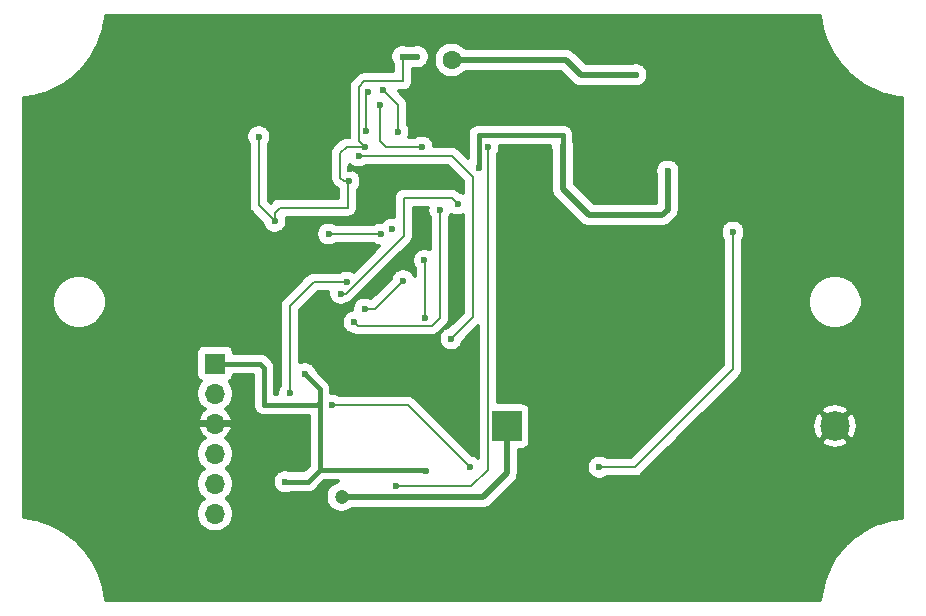
<source format=gbr>
G04 #@! TF.GenerationSoftware,KiCad,Pcbnew,5.1.5+dfsg1-2build2*
G04 #@! TF.CreationDate,2020-11-28T21:48:10+03:00*
G04 #@! TF.ProjectId,NRF_SENDER,4e52465f-5345-44e4-9445-522e6b696361,rev?*
G04 #@! TF.SameCoordinates,Original*
G04 #@! TF.FileFunction,Copper,L2,Bot*
G04 #@! TF.FilePolarity,Positive*
%FSLAX46Y46*%
G04 Gerber Fmt 4.6, Leading zero omitted, Abs format (unit mm)*
G04 Created by KiCad (PCBNEW 5.1.5+dfsg1-2build2) date 2020-11-28 21:48:10*
%MOMM*%
%LPD*%
G04 APERTURE LIST*
%ADD10C,2.500000*%
%ADD11R,2.500000X2.500000*%
%ADD12R,1.700000X1.700000*%
%ADD13O,1.700000X1.700000*%
%ADD14C,0.600000*%
%ADD15C,1.600000*%
%ADD16C,1.200000*%
%ADD17C,0.200000*%
%ADD18C,0.400000*%
%ADD19C,0.500000*%
%ADD20C,0.300000*%
G04 APERTURE END LIST*
D10*
X123640000Y-78240000D03*
D11*
X95840000Y-78240000D03*
D12*
X71150000Y-72950000D03*
D13*
X71150000Y-75490000D03*
X71150000Y-78030000D03*
X71150000Y-80570000D03*
X71150000Y-83110000D03*
X71150000Y-85650000D03*
D14*
X77240000Y-56190000D03*
X78220000Y-56190000D03*
X79440000Y-56190000D03*
X79440000Y-57310000D03*
X78220000Y-57310000D03*
X77240000Y-57310000D03*
X77240000Y-58520000D03*
X78220000Y-58520000D03*
X79440000Y-58520000D03*
X83820000Y-68326000D03*
X87070000Y-65930000D03*
X88900000Y-69088000D03*
X88870000Y-64220000D03*
X86160000Y-61550000D03*
X82530000Y-56470000D03*
X82241508Y-53598492D03*
X83509990Y-48205006D03*
X70866000Y-69342000D03*
X81534000Y-68580000D03*
X74010000Y-64550000D03*
X62640000Y-57940000D03*
X69140000Y-44240000D03*
X74140000Y-44240000D03*
X79140000Y-44240000D03*
X84140000Y-44240000D03*
X89140000Y-44240000D03*
X99140000Y-44240000D03*
X104140000Y-44240000D03*
X109140000Y-44240000D03*
X114140000Y-44240000D03*
X119140000Y-44240000D03*
X121640000Y-46740000D03*
X124140000Y-49240000D03*
X126640000Y-51740000D03*
X126640000Y-56740000D03*
X126640000Y-61740000D03*
X126640000Y-71740000D03*
X126640000Y-76740000D03*
X126640000Y-84240000D03*
X124140000Y-86740000D03*
X121640000Y-89240000D03*
X119140000Y-91740000D03*
X114140000Y-91740000D03*
X109140000Y-91740000D03*
X104140000Y-91740000D03*
X99140000Y-91740000D03*
X94140000Y-91740000D03*
X84140000Y-91740000D03*
X79140000Y-91740000D03*
X74140000Y-91740000D03*
X69140000Y-91740000D03*
X64140000Y-91740000D03*
X61640000Y-89240000D03*
X59140000Y-86740000D03*
X56640000Y-84240000D03*
X56640000Y-79240000D03*
X56640000Y-74240000D03*
X56640000Y-64240000D03*
X56640000Y-59240000D03*
X56640000Y-54240000D03*
X56640000Y-51740000D03*
X59140000Y-49240000D03*
X61640000Y-46740000D03*
X64140000Y-44240000D03*
X94140000Y-44240000D03*
X69140000Y-64240000D03*
X64140000Y-74240000D03*
X64140000Y-81740000D03*
X70440000Y-89140000D03*
X91640000Y-86740000D03*
X99140000Y-84240000D03*
X106640000Y-86740000D03*
X111640000Y-81740000D03*
X119140000Y-81740000D03*
X119140000Y-74240000D03*
X116640000Y-69240000D03*
X121640000Y-56740000D03*
X114140000Y-51740000D03*
X99140000Y-49240000D03*
X64140000Y-64240000D03*
X77040000Y-63540000D03*
X67240000Y-55040000D03*
X65040000Y-54740000D03*
X63240000Y-55940000D03*
X63140000Y-59940000D03*
X64440000Y-61240000D03*
X66440000Y-61340000D03*
X67740000Y-60040000D03*
X70840000Y-59240000D03*
X71340000Y-61340000D03*
X70840000Y-53240000D03*
X97140000Y-54740000D03*
X99140000Y-54740000D03*
X97140000Y-56740000D03*
X99140000Y-56740000D03*
X99140000Y-58740000D03*
X97140000Y-58740000D03*
X95140000Y-58740000D03*
X95140000Y-56740000D03*
X122140000Y-61740000D03*
X121140000Y-52740000D03*
X99140000Y-51340000D03*
X97140000Y-49140000D03*
X95640000Y-51340000D03*
X94240000Y-50140000D03*
X69640000Y-54740000D03*
X75340000Y-48340000D03*
X73540000Y-48340000D03*
X74440000Y-46440000D03*
X73340000Y-51940000D03*
X74820000Y-84970000D03*
X80010000Y-76454000D03*
X78740000Y-73822000D03*
X93472000Y-56388000D03*
X100584000Y-54610000D03*
X109474000Y-56642000D03*
X89020000Y-82050000D03*
X77080000Y-82949998D03*
X76190000Y-60899990D03*
X82470000Y-57510000D03*
X87020000Y-46970000D03*
X88265000Y-46970000D03*
X83820000Y-54610000D03*
X106760000Y-48500000D03*
D15*
X91186000Y-47244000D03*
D14*
X74840000Y-53740000D03*
D16*
X81856777Y-84239162D03*
D14*
X81026000Y-76454000D03*
X92740000Y-81740000D03*
X114990000Y-61840000D03*
X103680000Y-81740000D03*
X94234000Y-54610000D03*
X86490000Y-83330000D03*
X86614000Y-53340000D03*
X85344000Y-49784000D03*
X91694000Y-59436000D03*
X81788000Y-67017987D03*
X90170000Y-59944000D03*
X82925272Y-69463272D03*
X85090000Y-51054000D03*
X88646000Y-54610000D03*
X83920000Y-53220000D03*
X84110000Y-49990000D03*
X82296000Y-66040000D03*
X77470000Y-75438000D03*
X80772000Y-61976000D03*
X85182010Y-61976000D03*
X83312000Y-55372000D03*
X91140000Y-70840000D03*
D17*
X86770001Y-66229999D02*
X87070000Y-65930000D01*
X83820000Y-68326000D02*
X84674000Y-68326000D01*
X84674000Y-68326000D02*
X86770001Y-66229999D01*
X88900000Y-69088000D02*
X88900000Y-64250000D01*
X88900000Y-64250000D02*
X88870000Y-64220000D01*
X82530000Y-53886984D02*
X82241508Y-53598492D01*
X82241508Y-53598492D02*
X82241508Y-49473488D01*
X83209991Y-48505005D02*
X83509990Y-48205006D01*
X82241508Y-49473488D02*
X83209991Y-48505005D01*
X73406000Y-71882000D02*
X70866000Y-69342000D01*
X78740000Y-83820000D02*
X77450000Y-85110000D01*
X77450000Y-85110000D02*
X75814264Y-85110000D01*
X75814264Y-85110000D02*
X75390000Y-85110000D01*
D18*
X80010000Y-75092000D02*
X80010000Y-76454000D01*
X78740000Y-73822000D02*
X80010000Y-75092000D01*
X93472000Y-56388000D02*
X93472000Y-53594000D01*
X93472000Y-53594000D02*
X100584000Y-53594000D01*
X100584000Y-53594000D02*
X100584000Y-54610000D01*
D19*
X100584000Y-58184000D02*
X100584000Y-54610000D01*
X102797324Y-60397324D02*
X100584000Y-58184000D01*
X109474000Y-59436000D02*
X109474000Y-56642000D01*
X102797324Y-60397324D02*
X108982676Y-60397324D01*
X109474000Y-59906000D02*
X109474000Y-59436000D01*
X108982676Y-60397324D02*
X109474000Y-59906000D01*
D18*
X88930000Y-81960000D02*
X89020000Y-82050000D01*
X80010000Y-76878264D02*
X80010000Y-81980000D01*
X80010000Y-76454000D02*
X80010000Y-76878264D01*
X80010000Y-81980000D02*
X88930000Y-81960000D01*
X80010000Y-81980000D02*
X79040002Y-82949998D01*
X79040002Y-82949998D02*
X77504264Y-82949998D01*
D19*
X77079998Y-82950000D02*
X77080000Y-82949998D01*
D18*
X77504264Y-82949998D02*
X77080000Y-82949998D01*
X74977120Y-73000000D02*
X72780000Y-73000000D01*
X75294000Y-73316880D02*
X74977120Y-73000000D01*
X72780000Y-73000000D02*
X71530000Y-73000000D01*
X75294000Y-76454000D02*
X75294000Y-73316880D01*
X80010000Y-76454000D02*
X75294000Y-76454000D01*
D19*
X87020000Y-46970000D02*
X88265000Y-46970000D01*
X102108000Y-48514000D02*
X106680000Y-48514000D01*
X100838000Y-47244000D02*
X102108000Y-48514000D01*
X91186000Y-47244000D02*
X100838000Y-47244000D01*
D17*
X87020000Y-49060000D02*
X87020000Y-46970000D01*
X83782000Y-49060000D02*
X87020000Y-49060000D01*
X83312000Y-49530000D02*
X83782000Y-49060000D01*
X83312000Y-54102000D02*
X83312000Y-49530000D01*
X83820000Y-54610000D02*
X83312000Y-54102000D01*
X80340000Y-59740000D02*
X76630000Y-59740000D01*
X82370000Y-59740000D02*
X80240000Y-59740000D01*
X82370000Y-57610000D02*
X82370000Y-59740000D01*
X76240000Y-60140000D02*
X76240000Y-60979990D01*
X76640000Y-59740000D02*
X76260000Y-60120000D01*
X82270000Y-54610000D02*
X83820000Y-54610000D01*
X81740000Y-55140000D02*
X82270000Y-54610000D01*
X81740000Y-57204264D02*
X81740000Y-55140000D01*
X82045736Y-57510000D02*
X81740000Y-57204264D01*
X82470000Y-57510000D02*
X82045736Y-57510000D01*
X74840000Y-54164264D02*
X74840000Y-53740000D01*
X76190000Y-60899990D02*
X74840000Y-59549990D01*
X74840000Y-59549990D02*
X74840000Y-54164264D01*
D19*
X93840838Y-84239162D02*
X82705305Y-84239162D01*
X95840000Y-82240000D02*
X93840838Y-84239162D01*
X95840000Y-78240000D02*
X95840000Y-82240000D01*
X82705305Y-84239162D02*
X81856777Y-84239162D01*
D17*
X92440001Y-81440001D02*
X92740000Y-81740000D01*
X87454000Y-76454000D02*
X92440001Y-81440001D01*
X81026000Y-76454000D02*
X87454000Y-76454000D01*
X103680000Y-81740000D02*
X106690000Y-81740000D01*
X114990000Y-73440000D02*
X114990000Y-61840000D01*
X106690000Y-81740000D02*
X114990000Y-73440000D01*
X94234000Y-54610000D02*
X94234000Y-81946000D01*
X94234000Y-81946000D02*
X92850000Y-83330000D01*
X92850000Y-83330000D02*
X86914264Y-83330000D01*
X86914264Y-83330000D02*
X86490000Y-83330000D01*
X86614000Y-51054000D02*
X85344000Y-49784000D01*
X86614000Y-53340000D02*
X86614000Y-51054000D01*
X82212264Y-67017987D02*
X81788000Y-67017987D01*
X87120000Y-62110251D02*
X82212264Y-67017987D01*
X87120000Y-58930000D02*
X87120000Y-62110251D01*
X87122000Y-58928000D02*
X87120000Y-58930000D01*
X91186000Y-58928000D02*
X87122000Y-58928000D01*
X91694000Y-59436000D02*
X91186000Y-58928000D01*
X83225271Y-69763271D02*
X82925272Y-69463272D01*
X89494729Y-69763271D02*
X83225271Y-69763271D01*
X90170000Y-69088000D02*
X89494729Y-69763271D01*
X90170000Y-59944000D02*
X90170000Y-69088000D01*
X85090000Y-51054000D02*
X85090000Y-54102000D01*
X85090000Y-54102000D02*
X85598000Y-54610000D01*
X86232002Y-54610000D02*
X88646000Y-54610000D01*
X85598000Y-54610000D02*
X86232002Y-54610000D01*
X83920000Y-50180000D02*
X84110000Y-49990000D01*
X83920000Y-53220000D02*
X83920000Y-50180000D01*
X79502000Y-66040000D02*
X82296000Y-66040000D01*
X77470000Y-68072000D02*
X79502000Y-66040000D01*
X77470000Y-75438000D02*
X77470000Y-68072000D01*
X80772000Y-61976000D02*
X85182010Y-61976000D01*
X92964000Y-69016000D02*
X91439999Y-70540001D01*
X92964000Y-57150000D02*
X92964000Y-69016000D01*
X91186000Y-55372000D02*
X92964000Y-57150000D01*
X83312000Y-55372000D02*
X91186000Y-55372000D01*
X91439999Y-70540001D02*
X91140000Y-70840000D01*
D20*
G36*
X122533944Y-44504320D02*
G01*
X122545495Y-44552434D01*
X122555771Y-44600779D01*
X122561970Y-44621058D01*
X122878272Y-45609186D01*
X122896813Y-45655077D01*
X122914118Y-45701360D01*
X122923246Y-45720500D01*
X123382129Y-46651022D01*
X123407235Y-46693644D01*
X123431205Y-46736886D01*
X123443062Y-46754466D01*
X124034444Y-47606940D01*
X124065578Y-47645387D01*
X124095673Y-47684608D01*
X124109998Y-47700242D01*
X124820889Y-48455940D01*
X124857366Y-48489365D01*
X124892924Y-48523703D01*
X124909403Y-48537048D01*
X125724184Y-49179370D01*
X125765202Y-49207037D01*
X125805444Y-49235741D01*
X125823714Y-49246504D01*
X126724486Y-49761338D01*
X126769125Y-49782630D01*
X126813187Y-49805080D01*
X126832847Y-49813023D01*
X127799823Y-50189059D01*
X127847128Y-50203522D01*
X127894014Y-50219210D01*
X127914622Y-50224157D01*
X127914634Y-50224161D01*
X127914644Y-50224163D01*
X128926569Y-50453138D01*
X128975492Y-50460450D01*
X129024182Y-50469035D01*
X129045306Y-50470884D01*
X129330001Y-50492041D01*
X129330000Y-85985331D01*
X128560115Y-86088010D01*
X128541423Y-86091965D01*
X128522413Y-86093945D01*
X128439902Y-86113445D01*
X127425040Y-86410146D01*
X127407158Y-86416884D01*
X127388669Y-86421716D01*
X127310079Y-86453464D01*
X127310057Y-86453472D01*
X127310051Y-86453475D01*
X126351752Y-86900268D01*
X126335094Y-86909634D01*
X126317549Y-86917207D01*
X126244645Y-86960489D01*
X125364949Y-87547098D01*
X125349902Y-87558874D01*
X125333702Y-87569015D01*
X125268183Y-87622826D01*
X124487340Y-88335749D01*
X124474247Y-88349666D01*
X124459768Y-88362140D01*
X124403143Y-88425243D01*
X123739122Y-89248074D01*
X123728288Y-89263806D01*
X123715859Y-89278331D01*
X123669431Y-89349273D01*
X123137512Y-90263077D01*
X123129181Y-90280270D01*
X123119093Y-90296506D01*
X123083930Y-90373654D01*
X122696353Y-91357402D01*
X122690718Y-91375659D01*
X122683203Y-91393232D01*
X122660114Y-91474811D01*
X122425800Y-92505866D01*
X122422991Y-92524766D01*
X122418221Y-92543273D01*
X122407736Y-92627407D01*
X122386028Y-92930000D01*
X61906428Y-92930000D01*
X61746119Y-91945666D01*
X61734569Y-91897556D01*
X61724292Y-91849206D01*
X61718093Y-91828928D01*
X61401786Y-90840790D01*
X61383256Y-90794925D01*
X61365941Y-90748615D01*
X61356816Y-90729482D01*
X61356813Y-90729475D01*
X61356810Y-90729470D01*
X60897926Y-89798945D01*
X60872813Y-89756311D01*
X60848850Y-89713081D01*
X60836993Y-89695501D01*
X60245605Y-88843020D01*
X60214477Y-88804580D01*
X60184377Y-88765353D01*
X60170052Y-88749719D01*
X59459156Y-87994013D01*
X59422676Y-87960585D01*
X59387119Y-87926249D01*
X59370649Y-87912911D01*
X59370641Y-87912904D01*
X59370634Y-87912899D01*
X58555852Y-87270577D01*
X58514823Y-87242902D01*
X58474592Y-87214206D01*
X58456322Y-87203443D01*
X58456321Y-87203442D01*
X58456316Y-87203440D01*
X57555541Y-86688604D01*
X57510867Y-86667296D01*
X57466841Y-86644863D01*
X57447194Y-86636925D01*
X57447180Y-86636918D01*
X57447168Y-86636914D01*
X56480195Y-86260879D01*
X56432891Y-86246417D01*
X56386005Y-86230729D01*
X56365397Y-86225782D01*
X56365385Y-86225778D01*
X56365375Y-86225776D01*
X55353440Y-85996799D01*
X55304517Y-85989487D01*
X55255827Y-85980902D01*
X55234703Y-85979053D01*
X54950000Y-85957896D01*
X54950000Y-80412414D01*
X69550000Y-80412414D01*
X69550000Y-80727586D01*
X69611487Y-81036703D01*
X69732098Y-81327884D01*
X69907199Y-81589941D01*
X70130059Y-81812801D01*
X70170765Y-81840000D01*
X70130059Y-81867199D01*
X69907199Y-82090059D01*
X69732098Y-82352116D01*
X69611487Y-82643297D01*
X69550000Y-82952414D01*
X69550000Y-83267586D01*
X69611487Y-83576703D01*
X69732098Y-83867884D01*
X69907199Y-84129941D01*
X70130059Y-84352801D01*
X70170765Y-84380000D01*
X70130059Y-84407199D01*
X69907199Y-84630059D01*
X69732098Y-84892116D01*
X69611487Y-85183297D01*
X69550000Y-85492414D01*
X69550000Y-85807586D01*
X69611487Y-86116703D01*
X69732098Y-86407884D01*
X69907199Y-86669941D01*
X70130059Y-86892801D01*
X70392116Y-87067902D01*
X70683297Y-87188513D01*
X70992414Y-87250000D01*
X71307586Y-87250000D01*
X71616703Y-87188513D01*
X71907884Y-87067902D01*
X72169941Y-86892801D01*
X72392801Y-86669941D01*
X72567902Y-86407884D01*
X72688513Y-86116703D01*
X72750000Y-85807586D01*
X72750000Y-85492414D01*
X72688513Y-85183297D01*
X72567902Y-84892116D01*
X72392801Y-84630059D01*
X72169941Y-84407199D01*
X72129235Y-84380000D01*
X72169941Y-84352801D01*
X72392801Y-84129941D01*
X72567902Y-83867884D01*
X72688513Y-83576703D01*
X72750000Y-83267586D01*
X72750000Y-82952414D01*
X72688513Y-82643297D01*
X72567902Y-82352116D01*
X72392801Y-82090059D01*
X72169941Y-81867199D01*
X72129235Y-81840000D01*
X72169941Y-81812801D01*
X72392801Y-81589941D01*
X72567902Y-81327884D01*
X72688513Y-81036703D01*
X72750000Y-80727586D01*
X72750000Y-80412414D01*
X72688513Y-80103297D01*
X72567902Y-79812116D01*
X72392801Y-79550059D01*
X72169941Y-79327199D01*
X72043049Y-79242412D01*
X72247566Y-79064129D01*
X72428225Y-78830134D01*
X72559763Y-78565390D01*
X72619619Y-78368061D01*
X72489469Y-78134000D01*
X71254000Y-78134000D01*
X71254000Y-78154000D01*
X71046000Y-78154000D01*
X71046000Y-78134000D01*
X69810531Y-78134000D01*
X69680381Y-78368061D01*
X69740237Y-78565390D01*
X69871775Y-78830134D01*
X70052434Y-79064129D01*
X70256951Y-79242412D01*
X70130059Y-79327199D01*
X69907199Y-79550059D01*
X69732098Y-79812116D01*
X69611487Y-80103297D01*
X69550000Y-80412414D01*
X54950000Y-80412414D01*
X54950000Y-72100000D01*
X69546372Y-72100000D01*
X69546372Y-73800000D01*
X69560853Y-73947026D01*
X69603739Y-74088401D01*
X69673381Y-74218693D01*
X69767105Y-74332895D01*
X69881307Y-74426619D01*
X69926489Y-74450769D01*
X69907199Y-74470059D01*
X69732098Y-74732116D01*
X69611487Y-75023297D01*
X69550000Y-75332414D01*
X69550000Y-75647586D01*
X69611487Y-75956703D01*
X69732098Y-76247884D01*
X69907199Y-76509941D01*
X70130059Y-76732801D01*
X70256951Y-76817588D01*
X70052434Y-76995871D01*
X69871775Y-77229866D01*
X69740237Y-77494610D01*
X69680381Y-77691939D01*
X69810531Y-77926000D01*
X71046000Y-77926000D01*
X71046000Y-77906000D01*
X71254000Y-77906000D01*
X71254000Y-77926000D01*
X72489469Y-77926000D01*
X72619619Y-77691939D01*
X72559763Y-77494610D01*
X72428225Y-77229866D01*
X72247566Y-76995871D01*
X72043049Y-76817588D01*
X72169941Y-76732801D01*
X72392801Y-76509941D01*
X72567902Y-76247884D01*
X72688513Y-75956703D01*
X72750000Y-75647586D01*
X72750000Y-75332414D01*
X72688513Y-75023297D01*
X72567902Y-74732116D01*
X72392801Y-74470059D01*
X72373511Y-74450769D01*
X72418693Y-74426619D01*
X72532895Y-74332895D01*
X72626619Y-74218693D01*
X72696261Y-74088401D01*
X72738245Y-73950000D01*
X74344001Y-73950000D01*
X74344000Y-76407335D01*
X74339404Y-76454000D01*
X74357746Y-76640232D01*
X74412068Y-76819308D01*
X74470847Y-76929276D01*
X74500282Y-76984345D01*
X74618999Y-77129001D01*
X74763655Y-77247718D01*
X74928692Y-77335932D01*
X75107768Y-77390254D01*
X75294000Y-77408596D01*
X75340664Y-77404000D01*
X79060000Y-77404000D01*
X79060001Y-81586496D01*
X78646500Y-81999998D01*
X77530280Y-81999998D01*
X77386274Y-81940348D01*
X77183416Y-81899998D01*
X76976584Y-81899998D01*
X76773726Y-81940348D01*
X76582638Y-82019500D01*
X76410664Y-82134409D01*
X76264411Y-82280662D01*
X76149502Y-82452636D01*
X76070350Y-82643724D01*
X76030000Y-82846582D01*
X76030000Y-83053414D01*
X76070350Y-83256272D01*
X76149502Y-83447360D01*
X76264411Y-83619334D01*
X76410664Y-83765587D01*
X76582638Y-83880496D01*
X76773726Y-83959648D01*
X76976584Y-83999998D01*
X77183416Y-83999998D01*
X77386274Y-83959648D01*
X77530280Y-83899998D01*
X78993348Y-83899998D01*
X79040002Y-83904593D01*
X79086656Y-83899998D01*
X79086667Y-83899998D01*
X79226234Y-83886252D01*
X79405310Y-83831930D01*
X79570347Y-83743716D01*
X79715003Y-83624999D01*
X79744752Y-83588750D01*
X80404385Y-82929118D01*
X81535696Y-82926581D01*
X81462997Y-82941042D01*
X81217312Y-83042808D01*
X80996202Y-83190549D01*
X80808164Y-83378587D01*
X80660423Y-83599697D01*
X80558657Y-83845382D01*
X80506777Y-84106199D01*
X80506777Y-84372125D01*
X80558657Y-84632942D01*
X80660423Y-84878627D01*
X80808164Y-85099737D01*
X80996202Y-85287775D01*
X81217312Y-85435516D01*
X81462997Y-85537282D01*
X81723814Y-85589162D01*
X81989740Y-85589162D01*
X82250557Y-85537282D01*
X82496242Y-85435516D01*
X82717352Y-85287775D01*
X82765965Y-85239162D01*
X93791718Y-85239162D01*
X93840838Y-85244000D01*
X93889958Y-85239162D01*
X94036872Y-85224692D01*
X94225373Y-85167511D01*
X94399096Y-85074654D01*
X94551366Y-84949690D01*
X94582687Y-84911525D01*
X96512368Y-82981845D01*
X96550528Y-82950528D01*
X96675492Y-82798258D01*
X96768349Y-82624535D01*
X96786268Y-82565464D01*
X96825530Y-82436035D01*
X96844838Y-82240001D01*
X96840000Y-82190881D01*
X96840000Y-81636584D01*
X102630000Y-81636584D01*
X102630000Y-81843416D01*
X102670350Y-82046274D01*
X102749502Y-82237362D01*
X102864411Y-82409336D01*
X103010664Y-82555589D01*
X103182638Y-82670498D01*
X103373726Y-82749650D01*
X103576584Y-82790000D01*
X103783416Y-82790000D01*
X103986274Y-82749650D01*
X104177362Y-82670498D01*
X104297836Y-82590000D01*
X106648259Y-82590000D01*
X106690000Y-82594111D01*
X106731741Y-82590000D01*
X106731749Y-82590000D01*
X106856629Y-82577700D01*
X107016855Y-82529097D01*
X107164519Y-82450168D01*
X107293948Y-82343948D01*
X107320566Y-82311514D01*
X110081356Y-79550724D01*
X122476354Y-79550724D01*
X122598876Y-79849919D01*
X122932960Y-80022098D01*
X123294216Y-80125792D01*
X123668760Y-80157015D01*
X124042199Y-80114569D01*
X124400181Y-80000085D01*
X124681124Y-79849919D01*
X124803646Y-79550724D01*
X123640000Y-78387078D01*
X122476354Y-79550724D01*
X110081356Y-79550724D01*
X111363320Y-78268760D01*
X121722985Y-78268760D01*
X121765431Y-78642199D01*
X121879915Y-79000181D01*
X122030081Y-79281124D01*
X122329276Y-79403646D01*
X123492922Y-78240000D01*
X123787078Y-78240000D01*
X124950724Y-79403646D01*
X125249919Y-79281124D01*
X125422098Y-78947040D01*
X125525792Y-78585784D01*
X125557015Y-78211240D01*
X125514569Y-77837801D01*
X125400085Y-77479819D01*
X125249919Y-77198876D01*
X124950724Y-77076354D01*
X123787078Y-78240000D01*
X123492922Y-78240000D01*
X122329276Y-77076354D01*
X122030081Y-77198876D01*
X121857902Y-77532960D01*
X121754208Y-77894216D01*
X121722985Y-78268760D01*
X111363320Y-78268760D01*
X112702804Y-76929276D01*
X122476354Y-76929276D01*
X123640000Y-78092922D01*
X124803646Y-76929276D01*
X124681124Y-76630081D01*
X124347040Y-76457902D01*
X123985784Y-76354208D01*
X123611240Y-76322985D01*
X123237801Y-76365431D01*
X122879819Y-76479915D01*
X122598876Y-76630081D01*
X122476354Y-76929276D01*
X112702804Y-76929276D01*
X115561526Y-74070556D01*
X115593948Y-74043948D01*
X115620557Y-74011525D01*
X115620562Y-74011520D01*
X115700168Y-73914519D01*
X115779097Y-73766855D01*
X115827700Y-73606629D01*
X115827700Y-73606628D01*
X115840000Y-73481749D01*
X115840000Y-73481741D01*
X115844111Y-73440000D01*
X115840000Y-73398259D01*
X115840000Y-67511620D01*
X121321220Y-67511620D01*
X121321220Y-67968380D01*
X121410329Y-68416363D01*
X121585123Y-68838354D01*
X121838886Y-69218136D01*
X122161864Y-69541114D01*
X122541646Y-69794877D01*
X122963637Y-69969671D01*
X123411620Y-70058780D01*
X123868380Y-70058780D01*
X124316363Y-69969671D01*
X124738354Y-69794877D01*
X125118136Y-69541114D01*
X125441114Y-69218136D01*
X125694877Y-68838354D01*
X125869671Y-68416363D01*
X125958780Y-67968380D01*
X125958780Y-67511620D01*
X125869671Y-67063637D01*
X125694877Y-66641646D01*
X125441114Y-66261864D01*
X125118136Y-65938886D01*
X124738354Y-65685123D01*
X124316363Y-65510329D01*
X123868380Y-65421220D01*
X123411620Y-65421220D01*
X122963637Y-65510329D01*
X122541646Y-65685123D01*
X122161864Y-65938886D01*
X121838886Y-66261864D01*
X121585123Y-66641646D01*
X121410329Y-67063637D01*
X121321220Y-67511620D01*
X115840000Y-67511620D01*
X115840000Y-62457836D01*
X115920498Y-62337362D01*
X115999650Y-62146274D01*
X116040000Y-61943416D01*
X116040000Y-61736584D01*
X115999650Y-61533726D01*
X115920498Y-61342638D01*
X115805589Y-61170664D01*
X115659336Y-61024411D01*
X115487362Y-60909502D01*
X115296274Y-60830350D01*
X115093416Y-60790000D01*
X114886584Y-60790000D01*
X114683726Y-60830350D01*
X114492638Y-60909502D01*
X114320664Y-61024411D01*
X114174411Y-61170664D01*
X114059502Y-61342638D01*
X113980350Y-61533726D01*
X113940000Y-61736584D01*
X113940000Y-61943416D01*
X113980350Y-62146274D01*
X114059502Y-62337362D01*
X114140001Y-62457838D01*
X114140000Y-73087918D01*
X106337920Y-80890000D01*
X104297836Y-80890000D01*
X104177362Y-80809502D01*
X103986274Y-80730350D01*
X103783416Y-80690000D01*
X103576584Y-80690000D01*
X103373726Y-80730350D01*
X103182638Y-80809502D01*
X103010664Y-80924411D01*
X102864411Y-81070664D01*
X102749502Y-81242638D01*
X102670350Y-81433726D01*
X102630000Y-81636584D01*
X96840000Y-81636584D01*
X96840000Y-80243628D01*
X97090000Y-80243628D01*
X97237026Y-80229147D01*
X97378401Y-80186261D01*
X97508693Y-80116619D01*
X97622895Y-80022895D01*
X97716619Y-79908693D01*
X97786261Y-79778401D01*
X97829147Y-79637026D01*
X97843628Y-79490000D01*
X97843628Y-76990000D01*
X97829147Y-76842974D01*
X97786261Y-76701599D01*
X97716619Y-76571307D01*
X97622895Y-76457105D01*
X97508693Y-76363381D01*
X97378401Y-76293739D01*
X97237026Y-76250853D01*
X97090000Y-76236372D01*
X95084000Y-76236372D01*
X95084000Y-55227836D01*
X95164498Y-55107362D01*
X95243650Y-54916274D01*
X95284000Y-54713416D01*
X95284000Y-54544000D01*
X99534000Y-54544000D01*
X99534000Y-54713416D01*
X99574350Y-54916274D01*
X99584001Y-54939573D01*
X99584000Y-58134880D01*
X99579162Y-58184000D01*
X99598470Y-58380034D01*
X99637182Y-58507651D01*
X99655651Y-58568534D01*
X99748508Y-58742258D01*
X99873472Y-58894528D01*
X99911637Y-58925849D01*
X102055479Y-61069692D01*
X102086796Y-61107852D01*
X102183121Y-61186903D01*
X102239066Y-61232816D01*
X102412789Y-61325673D01*
X102601290Y-61382854D01*
X102797324Y-61402162D01*
X102846444Y-61397324D01*
X108933556Y-61397324D01*
X108982676Y-61402162D01*
X109031796Y-61397324D01*
X109178710Y-61382854D01*
X109367211Y-61325673D01*
X109540934Y-61232816D01*
X109693204Y-61107852D01*
X109724525Y-61069687D01*
X110146363Y-60647849D01*
X110184528Y-60616528D01*
X110309492Y-60464258D01*
X110402349Y-60290535D01*
X110425408Y-60214519D01*
X110459530Y-60102035D01*
X110478838Y-59906001D01*
X110474000Y-59856881D01*
X110474000Y-56971571D01*
X110483650Y-56948274D01*
X110524000Y-56745416D01*
X110524000Y-56538584D01*
X110483650Y-56335726D01*
X110404498Y-56144638D01*
X110289589Y-55972664D01*
X110143336Y-55826411D01*
X109971362Y-55711502D01*
X109780274Y-55632350D01*
X109577416Y-55592000D01*
X109370584Y-55592000D01*
X109167726Y-55632350D01*
X108976638Y-55711502D01*
X108804664Y-55826411D01*
X108658411Y-55972664D01*
X108543502Y-56144638D01*
X108464350Y-56335726D01*
X108424000Y-56538584D01*
X108424000Y-56745416D01*
X108464350Y-56948274D01*
X108474001Y-56971573D01*
X108474000Y-59386880D01*
X108474000Y-59397324D01*
X103211537Y-59397324D01*
X101584000Y-57769788D01*
X101584000Y-54939571D01*
X101593650Y-54916274D01*
X101634000Y-54713416D01*
X101634000Y-54506584D01*
X101593650Y-54303726D01*
X101534000Y-54159720D01*
X101534000Y-53640665D01*
X101538596Y-53594000D01*
X101520254Y-53407768D01*
X101465932Y-53228692D01*
X101377718Y-53063655D01*
X101259001Y-52918999D01*
X101114345Y-52800282D01*
X100949308Y-52712068D01*
X100770232Y-52657746D01*
X100630665Y-52644000D01*
X100630664Y-52644000D01*
X100584000Y-52639404D01*
X100537335Y-52644000D01*
X93518665Y-52644000D01*
X93472000Y-52639404D01*
X93425336Y-52644000D01*
X93425335Y-52644000D01*
X93285768Y-52657746D01*
X93106692Y-52712068D01*
X92941655Y-52800282D01*
X92796999Y-52918999D01*
X92678282Y-53063655D01*
X92590068Y-53228692D01*
X92535746Y-53407768D01*
X92517404Y-53594000D01*
X92522001Y-53640674D01*
X92522000Y-55505920D01*
X91816566Y-54800486D01*
X91789948Y-54768052D01*
X91660519Y-54661832D01*
X91512855Y-54582903D01*
X91352629Y-54534300D01*
X91227749Y-54522000D01*
X91227741Y-54522000D01*
X91186000Y-54517889D01*
X91144259Y-54522000D01*
X89696000Y-54522000D01*
X89696000Y-54506584D01*
X89655650Y-54303726D01*
X89576498Y-54112638D01*
X89461589Y-53940664D01*
X89315336Y-53794411D01*
X89143362Y-53679502D01*
X88952274Y-53600350D01*
X88749416Y-53560000D01*
X88542584Y-53560000D01*
X88339726Y-53600350D01*
X88148638Y-53679502D01*
X88028164Y-53760000D01*
X87576543Y-53760000D01*
X87623650Y-53646274D01*
X87664000Y-53443416D01*
X87664000Y-53236584D01*
X87623650Y-53033726D01*
X87544498Y-52842638D01*
X87464000Y-52722164D01*
X87464000Y-51095740D01*
X87468111Y-51053999D01*
X87464000Y-51012258D01*
X87464000Y-51012251D01*
X87451700Y-50887371D01*
X87435511Y-50834000D01*
X87403097Y-50727145D01*
X87366852Y-50659336D01*
X87324168Y-50579481D01*
X87217948Y-50450052D01*
X87185519Y-50423438D01*
X86672081Y-49910000D01*
X86978251Y-49910000D01*
X87020000Y-49914112D01*
X87061748Y-49910000D01*
X87061749Y-49910000D01*
X87186629Y-49897700D01*
X87346855Y-49849097D01*
X87494519Y-49770168D01*
X87623948Y-49663948D01*
X87730168Y-49534519D01*
X87809097Y-49386855D01*
X87857700Y-49226629D01*
X87874112Y-49060000D01*
X87870000Y-49018251D01*
X87870000Y-47970000D01*
X87935429Y-47970000D01*
X87958726Y-47979650D01*
X88161584Y-48020000D01*
X88368416Y-48020000D01*
X88571274Y-47979650D01*
X88762362Y-47900498D01*
X88934336Y-47785589D01*
X89080589Y-47639336D01*
X89195498Y-47467362D01*
X89274650Y-47276274D01*
X89311435Y-47091338D01*
X89636000Y-47091338D01*
X89636000Y-47396662D01*
X89695565Y-47696118D01*
X89812408Y-47978200D01*
X89982036Y-48232068D01*
X90197932Y-48447964D01*
X90451800Y-48617592D01*
X90733882Y-48734435D01*
X91033338Y-48794000D01*
X91338662Y-48794000D01*
X91638118Y-48734435D01*
X91920200Y-48617592D01*
X92174068Y-48447964D01*
X92378032Y-48244000D01*
X100423788Y-48244000D01*
X101366155Y-49186368D01*
X101397472Y-49224528D01*
X101549742Y-49349492D01*
X101723465Y-49442349D01*
X101911966Y-49499530D01*
X102058880Y-49514000D01*
X102058881Y-49514000D01*
X102107999Y-49518838D01*
X102157117Y-49514000D01*
X106475595Y-49514000D01*
X106656584Y-49550000D01*
X106863416Y-49550000D01*
X107066274Y-49509650D01*
X107257362Y-49430498D01*
X107429336Y-49315589D01*
X107575589Y-49169336D01*
X107690498Y-48997362D01*
X107769650Y-48806274D01*
X107810000Y-48603416D01*
X107810000Y-48396584D01*
X107769650Y-48193726D01*
X107690498Y-48002638D01*
X107575589Y-47830664D01*
X107429336Y-47684411D01*
X107257362Y-47569502D01*
X107066274Y-47490350D01*
X106863416Y-47450000D01*
X106656584Y-47450000D01*
X106453726Y-47490350D01*
X106396630Y-47514000D01*
X102522213Y-47514000D01*
X101579849Y-46571637D01*
X101548528Y-46533472D01*
X101396258Y-46408508D01*
X101222535Y-46315651D01*
X101034034Y-46258470D01*
X100887120Y-46244000D01*
X100838000Y-46239162D01*
X100788880Y-46244000D01*
X92378032Y-46244000D01*
X92174068Y-46040036D01*
X91920200Y-45870408D01*
X91638118Y-45753565D01*
X91338662Y-45694000D01*
X91033338Y-45694000D01*
X90733882Y-45753565D01*
X90451800Y-45870408D01*
X90197932Y-46040036D01*
X89982036Y-46255932D01*
X89812408Y-46509800D01*
X89695565Y-46791882D01*
X89636000Y-47091338D01*
X89311435Y-47091338D01*
X89315000Y-47073416D01*
X89315000Y-46866584D01*
X89274650Y-46663726D01*
X89195498Y-46472638D01*
X89080589Y-46300664D01*
X88934336Y-46154411D01*
X88762362Y-46039502D01*
X88571274Y-45960350D01*
X88368416Y-45920000D01*
X88161584Y-45920000D01*
X87958726Y-45960350D01*
X87935429Y-45970000D01*
X87349571Y-45970000D01*
X87326274Y-45960350D01*
X87123416Y-45920000D01*
X86916584Y-45920000D01*
X86713726Y-45960350D01*
X86522638Y-46039502D01*
X86350664Y-46154411D01*
X86204411Y-46300664D01*
X86089502Y-46472638D01*
X86010350Y-46663726D01*
X85970000Y-46866584D01*
X85970000Y-47073416D01*
X86010350Y-47276274D01*
X86089502Y-47467362D01*
X86170001Y-47587837D01*
X86170000Y-48210000D01*
X83823737Y-48210000D01*
X83781999Y-48205889D01*
X83740261Y-48210000D01*
X83740251Y-48210000D01*
X83615371Y-48222300D01*
X83455145Y-48270903D01*
X83307481Y-48349832D01*
X83178052Y-48456052D01*
X83151438Y-48488481D01*
X82740481Y-48899439D01*
X82708053Y-48926052D01*
X82601833Y-49055481D01*
X82577102Y-49101749D01*
X82522903Y-49203146D01*
X82474300Y-49363371D01*
X82457889Y-49530000D01*
X82462001Y-49571751D01*
X82462000Y-53760000D01*
X82311740Y-53760000D01*
X82269999Y-53755889D01*
X82228258Y-53760000D01*
X82228251Y-53760000D01*
X82119013Y-53770759D01*
X82103370Y-53772300D01*
X82030479Y-53794411D01*
X81943145Y-53820903D01*
X81795481Y-53899832D01*
X81666052Y-54006052D01*
X81639434Y-54038486D01*
X81168481Y-54509439D01*
X81136053Y-54536052D01*
X81029833Y-54665481D01*
X81025537Y-54673519D01*
X80950903Y-54813146D01*
X80902300Y-54973371D01*
X80885889Y-55140000D01*
X80890001Y-55181751D01*
X80890000Y-57162523D01*
X80885889Y-57204264D01*
X80890000Y-57246005D01*
X80890000Y-57246012D01*
X80899513Y-57342596D01*
X80902300Y-57370893D01*
X80944497Y-57510000D01*
X80950903Y-57531118D01*
X81029832Y-57678782D01*
X81136052Y-57808212D01*
X81168486Y-57834830D01*
X81415170Y-58081514D01*
X81441788Y-58113948D01*
X81520000Y-58178135D01*
X81520001Y-58890000D01*
X76681740Y-58890000D01*
X76639999Y-58885889D01*
X76598258Y-58890000D01*
X76588251Y-58890000D01*
X76463371Y-58902300D01*
X76303145Y-58950903D01*
X76155481Y-59029832D01*
X76026052Y-59136052D01*
X75953667Y-59224253D01*
X75835005Y-59342915D01*
X75690000Y-59197910D01*
X75690000Y-54357836D01*
X75770498Y-54237362D01*
X75849650Y-54046274D01*
X75890000Y-53843416D01*
X75890000Y-53636584D01*
X75849650Y-53433726D01*
X75770498Y-53242638D01*
X75655589Y-53070664D01*
X75509336Y-52924411D01*
X75337362Y-52809502D01*
X75146274Y-52730350D01*
X74943416Y-52690000D01*
X74736584Y-52690000D01*
X74533726Y-52730350D01*
X74342638Y-52809502D01*
X74170664Y-52924411D01*
X74024411Y-53070664D01*
X73909502Y-53242638D01*
X73830350Y-53433726D01*
X73790000Y-53636584D01*
X73790000Y-53843416D01*
X73830350Y-54046274D01*
X73909502Y-54237362D01*
X73990001Y-54357838D01*
X73990000Y-59508249D01*
X73985889Y-59549990D01*
X73990000Y-59591731D01*
X73990000Y-59591738D01*
X73999363Y-59686796D01*
X74002300Y-59716619D01*
X74031581Y-59813146D01*
X74050903Y-59876844D01*
X74129832Y-60024508D01*
X74236052Y-60153938D01*
X74268486Y-60180556D01*
X75152083Y-61064154D01*
X75180350Y-61206264D01*
X75259502Y-61397352D01*
X75374411Y-61569326D01*
X75520664Y-61715579D01*
X75692638Y-61830488D01*
X75883726Y-61909640D01*
X76086584Y-61949990D01*
X76293416Y-61949990D01*
X76496274Y-61909640D01*
X76687362Y-61830488D01*
X76859336Y-61715579D01*
X77005589Y-61569326D01*
X77120498Y-61397352D01*
X77199650Y-61206264D01*
X77240000Y-61003406D01*
X77240000Y-60796574D01*
X77199650Y-60593716D01*
X77198111Y-60590000D01*
X82328252Y-60590000D01*
X82370000Y-60594112D01*
X82536629Y-60577700D01*
X82696855Y-60529097D01*
X82844519Y-60450168D01*
X82973948Y-60343948D01*
X83080168Y-60214519D01*
X83159097Y-60066855D01*
X83207700Y-59906629D01*
X83220000Y-59781749D01*
X83224112Y-59740000D01*
X83220000Y-59698251D01*
X83220000Y-58244925D01*
X83285589Y-58179336D01*
X83400498Y-58007362D01*
X83479650Y-57816274D01*
X83520000Y-57613416D01*
X83520000Y-57406584D01*
X83479650Y-57203726D01*
X83400498Y-57012638D01*
X83285589Y-56840664D01*
X83139336Y-56694411D01*
X82967362Y-56579502D01*
X82776274Y-56500350D01*
X82590000Y-56463299D01*
X82590000Y-56134925D01*
X82642664Y-56187589D01*
X82814638Y-56302498D01*
X83005726Y-56381650D01*
X83208584Y-56422000D01*
X83415416Y-56422000D01*
X83618274Y-56381650D01*
X83809362Y-56302498D01*
X83929836Y-56222000D01*
X90833920Y-56222000D01*
X92114000Y-57502081D01*
X92114000Y-58473457D01*
X92000274Y-58426350D01*
X91858163Y-58398083D01*
X91816565Y-58356485D01*
X91789948Y-58324052D01*
X91660519Y-58217832D01*
X91512855Y-58138903D01*
X91352629Y-58090300D01*
X91227749Y-58078000D01*
X91227741Y-58078000D01*
X91186000Y-58073889D01*
X91144259Y-58078000D01*
X87163737Y-58078000D01*
X87121999Y-58073889D01*
X87080261Y-58078000D01*
X87080251Y-58078000D01*
X86955371Y-58090300D01*
X86795145Y-58138903D01*
X86647481Y-58217832D01*
X86518052Y-58324052D01*
X86517150Y-58325150D01*
X86516052Y-58326052D01*
X86409832Y-58455482D01*
X86349404Y-58568534D01*
X86330903Y-58603146D01*
X86282907Y-58761372D01*
X86282300Y-58763372D01*
X86270000Y-58888252D01*
X86270000Y-58888259D01*
X86265889Y-58930000D01*
X86270000Y-58971741D01*
X86270000Y-60501310D01*
X86263416Y-60500000D01*
X86056584Y-60500000D01*
X85853726Y-60540350D01*
X85662638Y-60619502D01*
X85490664Y-60734411D01*
X85344411Y-60880664D01*
X85310753Y-60931038D01*
X85285426Y-60926000D01*
X85078594Y-60926000D01*
X84875736Y-60966350D01*
X84684648Y-61045502D01*
X84564174Y-61126000D01*
X81389836Y-61126000D01*
X81269362Y-61045502D01*
X81078274Y-60966350D01*
X80875416Y-60926000D01*
X80668584Y-60926000D01*
X80465726Y-60966350D01*
X80274638Y-61045502D01*
X80102664Y-61160411D01*
X79956411Y-61306664D01*
X79841502Y-61478638D01*
X79762350Y-61669726D01*
X79722000Y-61872584D01*
X79722000Y-62079416D01*
X79762350Y-62282274D01*
X79841502Y-62473362D01*
X79956411Y-62645336D01*
X80102664Y-62791589D01*
X80274638Y-62906498D01*
X80465726Y-62985650D01*
X80668584Y-63026000D01*
X80875416Y-63026000D01*
X81078274Y-62985650D01*
X81269362Y-62906498D01*
X81389836Y-62826000D01*
X84564174Y-62826000D01*
X84684648Y-62906498D01*
X84875736Y-62985650D01*
X85014850Y-63013321D01*
X82868478Y-65159693D01*
X82793362Y-65109502D01*
X82602274Y-65030350D01*
X82399416Y-64990000D01*
X82192584Y-64990000D01*
X81989726Y-65030350D01*
X81798638Y-65109502D01*
X81678164Y-65190000D01*
X79543741Y-65190000D01*
X79502000Y-65185889D01*
X79460259Y-65190000D01*
X79460251Y-65190000D01*
X79335371Y-65202300D01*
X79175145Y-65250903D01*
X79027481Y-65329832D01*
X78898052Y-65436052D01*
X78871439Y-65468481D01*
X76898481Y-67441439D01*
X76866053Y-67468052D01*
X76759833Y-67597481D01*
X76750024Y-67615832D01*
X76680903Y-67745146D01*
X76632300Y-67905371D01*
X76615889Y-68072000D01*
X76620001Y-68113751D01*
X76620000Y-74820164D01*
X76539502Y-74940638D01*
X76460350Y-75131726D01*
X76420000Y-75334584D01*
X76420000Y-75504000D01*
X76244000Y-75504000D01*
X76244000Y-73363534D01*
X76248595Y-73316880D01*
X76244000Y-73270225D01*
X76244000Y-73270215D01*
X76230254Y-73130648D01*
X76175932Y-72951572D01*
X76087718Y-72786535D01*
X75969001Y-72641879D01*
X75932752Y-72612130D01*
X75681870Y-72361248D01*
X75652121Y-72324999D01*
X75507465Y-72206282D01*
X75342428Y-72118068D01*
X75163352Y-72063746D01*
X75023785Y-72050000D01*
X75023774Y-72050000D01*
X74977120Y-72045405D01*
X74930466Y-72050000D01*
X72748703Y-72050000D01*
X72739147Y-71952974D01*
X72696261Y-71811599D01*
X72626619Y-71681307D01*
X72532895Y-71567105D01*
X72418693Y-71473381D01*
X72288401Y-71403739D01*
X72147026Y-71360853D01*
X72000000Y-71346372D01*
X70300000Y-71346372D01*
X70152974Y-71360853D01*
X70011599Y-71403739D01*
X69881307Y-71473381D01*
X69767105Y-71567105D01*
X69673381Y-71681307D01*
X69603739Y-71811599D01*
X69560853Y-71952974D01*
X69546372Y-72100000D01*
X54950000Y-72100000D01*
X54950000Y-67511620D01*
X57321220Y-67511620D01*
X57321220Y-67968380D01*
X57410329Y-68416363D01*
X57585123Y-68838354D01*
X57838886Y-69218136D01*
X58161864Y-69541114D01*
X58541646Y-69794877D01*
X58963637Y-69969671D01*
X59411620Y-70058780D01*
X59868380Y-70058780D01*
X60316363Y-69969671D01*
X60738354Y-69794877D01*
X61118136Y-69541114D01*
X61441114Y-69218136D01*
X61694877Y-68838354D01*
X61869671Y-68416363D01*
X61958780Y-67968380D01*
X61958780Y-67511620D01*
X61869671Y-67063637D01*
X61694877Y-66641646D01*
X61441114Y-66261864D01*
X61118136Y-65938886D01*
X60738354Y-65685123D01*
X60316363Y-65510329D01*
X59868380Y-65421220D01*
X59411620Y-65421220D01*
X58963637Y-65510329D01*
X58541646Y-65685123D01*
X58161864Y-65938886D01*
X57838886Y-66261864D01*
X57585123Y-66641646D01*
X57410329Y-67063637D01*
X57321220Y-67511620D01*
X54950000Y-67511620D01*
X54950000Y-50501477D01*
X55904320Y-50346056D01*
X55952434Y-50334505D01*
X56000779Y-50324229D01*
X56021054Y-50318031D01*
X56021059Y-50318030D01*
X56021063Y-50318028D01*
X57009186Y-50001728D01*
X57055077Y-49983187D01*
X57101360Y-49965882D01*
X57120500Y-49956754D01*
X58051022Y-49497871D01*
X58093644Y-49472765D01*
X58136886Y-49448795D01*
X58154466Y-49436938D01*
X59006940Y-48845556D01*
X59045387Y-48814422D01*
X59084608Y-48784327D01*
X59100242Y-48770002D01*
X59855940Y-48059111D01*
X59889365Y-48022634D01*
X59923703Y-47987076D01*
X59937048Y-47970597D01*
X60579370Y-47155816D01*
X60607037Y-47114798D01*
X60635741Y-47074556D01*
X60646504Y-47056286D01*
X61161338Y-46155514D01*
X61182630Y-46110875D01*
X61205080Y-46066813D01*
X61213023Y-46047153D01*
X61589059Y-45080177D01*
X61603522Y-45032872D01*
X61619210Y-44985986D01*
X61624157Y-44965378D01*
X61624161Y-44965366D01*
X61624163Y-44965356D01*
X61853138Y-43953431D01*
X61860450Y-43904508D01*
X61869035Y-43855818D01*
X61870884Y-43834694D01*
X61892040Y-43550000D01*
X122378523Y-43550000D01*
X122533944Y-44504320D01*
G37*
X122533944Y-44504320D02*
X122545495Y-44552434D01*
X122555771Y-44600779D01*
X122561970Y-44621058D01*
X122878272Y-45609186D01*
X122896813Y-45655077D01*
X122914118Y-45701360D01*
X122923246Y-45720500D01*
X123382129Y-46651022D01*
X123407235Y-46693644D01*
X123431205Y-46736886D01*
X123443062Y-46754466D01*
X124034444Y-47606940D01*
X124065578Y-47645387D01*
X124095673Y-47684608D01*
X124109998Y-47700242D01*
X124820889Y-48455940D01*
X124857366Y-48489365D01*
X124892924Y-48523703D01*
X124909403Y-48537048D01*
X125724184Y-49179370D01*
X125765202Y-49207037D01*
X125805444Y-49235741D01*
X125823714Y-49246504D01*
X126724486Y-49761338D01*
X126769125Y-49782630D01*
X126813187Y-49805080D01*
X126832847Y-49813023D01*
X127799823Y-50189059D01*
X127847128Y-50203522D01*
X127894014Y-50219210D01*
X127914622Y-50224157D01*
X127914634Y-50224161D01*
X127914644Y-50224163D01*
X128926569Y-50453138D01*
X128975492Y-50460450D01*
X129024182Y-50469035D01*
X129045306Y-50470884D01*
X129330001Y-50492041D01*
X129330000Y-85985331D01*
X128560115Y-86088010D01*
X128541423Y-86091965D01*
X128522413Y-86093945D01*
X128439902Y-86113445D01*
X127425040Y-86410146D01*
X127407158Y-86416884D01*
X127388669Y-86421716D01*
X127310079Y-86453464D01*
X127310057Y-86453472D01*
X127310051Y-86453475D01*
X126351752Y-86900268D01*
X126335094Y-86909634D01*
X126317549Y-86917207D01*
X126244645Y-86960489D01*
X125364949Y-87547098D01*
X125349902Y-87558874D01*
X125333702Y-87569015D01*
X125268183Y-87622826D01*
X124487340Y-88335749D01*
X124474247Y-88349666D01*
X124459768Y-88362140D01*
X124403143Y-88425243D01*
X123739122Y-89248074D01*
X123728288Y-89263806D01*
X123715859Y-89278331D01*
X123669431Y-89349273D01*
X123137512Y-90263077D01*
X123129181Y-90280270D01*
X123119093Y-90296506D01*
X123083930Y-90373654D01*
X122696353Y-91357402D01*
X122690718Y-91375659D01*
X122683203Y-91393232D01*
X122660114Y-91474811D01*
X122425800Y-92505866D01*
X122422991Y-92524766D01*
X122418221Y-92543273D01*
X122407736Y-92627407D01*
X122386028Y-92930000D01*
X61906428Y-92930000D01*
X61746119Y-91945666D01*
X61734569Y-91897556D01*
X61724292Y-91849206D01*
X61718093Y-91828928D01*
X61401786Y-90840790D01*
X61383256Y-90794925D01*
X61365941Y-90748615D01*
X61356816Y-90729482D01*
X61356813Y-90729475D01*
X61356810Y-90729470D01*
X60897926Y-89798945D01*
X60872813Y-89756311D01*
X60848850Y-89713081D01*
X60836993Y-89695501D01*
X60245605Y-88843020D01*
X60214477Y-88804580D01*
X60184377Y-88765353D01*
X60170052Y-88749719D01*
X59459156Y-87994013D01*
X59422676Y-87960585D01*
X59387119Y-87926249D01*
X59370649Y-87912911D01*
X59370641Y-87912904D01*
X59370634Y-87912899D01*
X58555852Y-87270577D01*
X58514823Y-87242902D01*
X58474592Y-87214206D01*
X58456322Y-87203443D01*
X58456321Y-87203442D01*
X58456316Y-87203440D01*
X57555541Y-86688604D01*
X57510867Y-86667296D01*
X57466841Y-86644863D01*
X57447194Y-86636925D01*
X57447180Y-86636918D01*
X57447168Y-86636914D01*
X56480195Y-86260879D01*
X56432891Y-86246417D01*
X56386005Y-86230729D01*
X56365397Y-86225782D01*
X56365385Y-86225778D01*
X56365375Y-86225776D01*
X55353440Y-85996799D01*
X55304517Y-85989487D01*
X55255827Y-85980902D01*
X55234703Y-85979053D01*
X54950000Y-85957896D01*
X54950000Y-80412414D01*
X69550000Y-80412414D01*
X69550000Y-80727586D01*
X69611487Y-81036703D01*
X69732098Y-81327884D01*
X69907199Y-81589941D01*
X70130059Y-81812801D01*
X70170765Y-81840000D01*
X70130059Y-81867199D01*
X69907199Y-82090059D01*
X69732098Y-82352116D01*
X69611487Y-82643297D01*
X69550000Y-82952414D01*
X69550000Y-83267586D01*
X69611487Y-83576703D01*
X69732098Y-83867884D01*
X69907199Y-84129941D01*
X70130059Y-84352801D01*
X70170765Y-84380000D01*
X70130059Y-84407199D01*
X69907199Y-84630059D01*
X69732098Y-84892116D01*
X69611487Y-85183297D01*
X69550000Y-85492414D01*
X69550000Y-85807586D01*
X69611487Y-86116703D01*
X69732098Y-86407884D01*
X69907199Y-86669941D01*
X70130059Y-86892801D01*
X70392116Y-87067902D01*
X70683297Y-87188513D01*
X70992414Y-87250000D01*
X71307586Y-87250000D01*
X71616703Y-87188513D01*
X71907884Y-87067902D01*
X72169941Y-86892801D01*
X72392801Y-86669941D01*
X72567902Y-86407884D01*
X72688513Y-86116703D01*
X72750000Y-85807586D01*
X72750000Y-85492414D01*
X72688513Y-85183297D01*
X72567902Y-84892116D01*
X72392801Y-84630059D01*
X72169941Y-84407199D01*
X72129235Y-84380000D01*
X72169941Y-84352801D01*
X72392801Y-84129941D01*
X72567902Y-83867884D01*
X72688513Y-83576703D01*
X72750000Y-83267586D01*
X72750000Y-82952414D01*
X72688513Y-82643297D01*
X72567902Y-82352116D01*
X72392801Y-82090059D01*
X72169941Y-81867199D01*
X72129235Y-81840000D01*
X72169941Y-81812801D01*
X72392801Y-81589941D01*
X72567902Y-81327884D01*
X72688513Y-81036703D01*
X72750000Y-80727586D01*
X72750000Y-80412414D01*
X72688513Y-80103297D01*
X72567902Y-79812116D01*
X72392801Y-79550059D01*
X72169941Y-79327199D01*
X72043049Y-79242412D01*
X72247566Y-79064129D01*
X72428225Y-78830134D01*
X72559763Y-78565390D01*
X72619619Y-78368061D01*
X72489469Y-78134000D01*
X71254000Y-78134000D01*
X71254000Y-78154000D01*
X71046000Y-78154000D01*
X71046000Y-78134000D01*
X69810531Y-78134000D01*
X69680381Y-78368061D01*
X69740237Y-78565390D01*
X69871775Y-78830134D01*
X70052434Y-79064129D01*
X70256951Y-79242412D01*
X70130059Y-79327199D01*
X69907199Y-79550059D01*
X69732098Y-79812116D01*
X69611487Y-80103297D01*
X69550000Y-80412414D01*
X54950000Y-80412414D01*
X54950000Y-72100000D01*
X69546372Y-72100000D01*
X69546372Y-73800000D01*
X69560853Y-73947026D01*
X69603739Y-74088401D01*
X69673381Y-74218693D01*
X69767105Y-74332895D01*
X69881307Y-74426619D01*
X69926489Y-74450769D01*
X69907199Y-74470059D01*
X69732098Y-74732116D01*
X69611487Y-75023297D01*
X69550000Y-75332414D01*
X69550000Y-75647586D01*
X69611487Y-75956703D01*
X69732098Y-76247884D01*
X69907199Y-76509941D01*
X70130059Y-76732801D01*
X70256951Y-76817588D01*
X70052434Y-76995871D01*
X69871775Y-77229866D01*
X69740237Y-77494610D01*
X69680381Y-77691939D01*
X69810531Y-77926000D01*
X71046000Y-77926000D01*
X71046000Y-77906000D01*
X71254000Y-77906000D01*
X71254000Y-77926000D01*
X72489469Y-77926000D01*
X72619619Y-77691939D01*
X72559763Y-77494610D01*
X72428225Y-77229866D01*
X72247566Y-76995871D01*
X72043049Y-76817588D01*
X72169941Y-76732801D01*
X72392801Y-76509941D01*
X72567902Y-76247884D01*
X72688513Y-75956703D01*
X72750000Y-75647586D01*
X72750000Y-75332414D01*
X72688513Y-75023297D01*
X72567902Y-74732116D01*
X72392801Y-74470059D01*
X72373511Y-74450769D01*
X72418693Y-74426619D01*
X72532895Y-74332895D01*
X72626619Y-74218693D01*
X72696261Y-74088401D01*
X72738245Y-73950000D01*
X74344001Y-73950000D01*
X74344000Y-76407335D01*
X74339404Y-76454000D01*
X74357746Y-76640232D01*
X74412068Y-76819308D01*
X74470847Y-76929276D01*
X74500282Y-76984345D01*
X74618999Y-77129001D01*
X74763655Y-77247718D01*
X74928692Y-77335932D01*
X75107768Y-77390254D01*
X75294000Y-77408596D01*
X75340664Y-77404000D01*
X79060000Y-77404000D01*
X79060001Y-81586496D01*
X78646500Y-81999998D01*
X77530280Y-81999998D01*
X77386274Y-81940348D01*
X77183416Y-81899998D01*
X76976584Y-81899998D01*
X76773726Y-81940348D01*
X76582638Y-82019500D01*
X76410664Y-82134409D01*
X76264411Y-82280662D01*
X76149502Y-82452636D01*
X76070350Y-82643724D01*
X76030000Y-82846582D01*
X76030000Y-83053414D01*
X76070350Y-83256272D01*
X76149502Y-83447360D01*
X76264411Y-83619334D01*
X76410664Y-83765587D01*
X76582638Y-83880496D01*
X76773726Y-83959648D01*
X76976584Y-83999998D01*
X77183416Y-83999998D01*
X77386274Y-83959648D01*
X77530280Y-83899998D01*
X78993348Y-83899998D01*
X79040002Y-83904593D01*
X79086656Y-83899998D01*
X79086667Y-83899998D01*
X79226234Y-83886252D01*
X79405310Y-83831930D01*
X79570347Y-83743716D01*
X79715003Y-83624999D01*
X79744752Y-83588750D01*
X80404385Y-82929118D01*
X81535696Y-82926581D01*
X81462997Y-82941042D01*
X81217312Y-83042808D01*
X80996202Y-83190549D01*
X80808164Y-83378587D01*
X80660423Y-83599697D01*
X80558657Y-83845382D01*
X80506777Y-84106199D01*
X80506777Y-84372125D01*
X80558657Y-84632942D01*
X80660423Y-84878627D01*
X80808164Y-85099737D01*
X80996202Y-85287775D01*
X81217312Y-85435516D01*
X81462997Y-85537282D01*
X81723814Y-85589162D01*
X81989740Y-85589162D01*
X82250557Y-85537282D01*
X82496242Y-85435516D01*
X82717352Y-85287775D01*
X82765965Y-85239162D01*
X93791718Y-85239162D01*
X93840838Y-85244000D01*
X93889958Y-85239162D01*
X94036872Y-85224692D01*
X94225373Y-85167511D01*
X94399096Y-85074654D01*
X94551366Y-84949690D01*
X94582687Y-84911525D01*
X96512368Y-82981845D01*
X96550528Y-82950528D01*
X96675492Y-82798258D01*
X96768349Y-82624535D01*
X96786268Y-82565464D01*
X96825530Y-82436035D01*
X96844838Y-82240001D01*
X96840000Y-82190881D01*
X96840000Y-81636584D01*
X102630000Y-81636584D01*
X102630000Y-81843416D01*
X102670350Y-82046274D01*
X102749502Y-82237362D01*
X102864411Y-82409336D01*
X103010664Y-82555589D01*
X103182638Y-82670498D01*
X103373726Y-82749650D01*
X103576584Y-82790000D01*
X103783416Y-82790000D01*
X103986274Y-82749650D01*
X104177362Y-82670498D01*
X104297836Y-82590000D01*
X106648259Y-82590000D01*
X106690000Y-82594111D01*
X106731741Y-82590000D01*
X106731749Y-82590000D01*
X106856629Y-82577700D01*
X107016855Y-82529097D01*
X107164519Y-82450168D01*
X107293948Y-82343948D01*
X107320566Y-82311514D01*
X110081356Y-79550724D01*
X122476354Y-79550724D01*
X122598876Y-79849919D01*
X122932960Y-80022098D01*
X123294216Y-80125792D01*
X123668760Y-80157015D01*
X124042199Y-80114569D01*
X124400181Y-80000085D01*
X124681124Y-79849919D01*
X124803646Y-79550724D01*
X123640000Y-78387078D01*
X122476354Y-79550724D01*
X110081356Y-79550724D01*
X111363320Y-78268760D01*
X121722985Y-78268760D01*
X121765431Y-78642199D01*
X121879915Y-79000181D01*
X122030081Y-79281124D01*
X122329276Y-79403646D01*
X123492922Y-78240000D01*
X123787078Y-78240000D01*
X124950724Y-79403646D01*
X125249919Y-79281124D01*
X125422098Y-78947040D01*
X125525792Y-78585784D01*
X125557015Y-78211240D01*
X125514569Y-77837801D01*
X125400085Y-77479819D01*
X125249919Y-77198876D01*
X124950724Y-77076354D01*
X123787078Y-78240000D01*
X123492922Y-78240000D01*
X122329276Y-77076354D01*
X122030081Y-77198876D01*
X121857902Y-77532960D01*
X121754208Y-77894216D01*
X121722985Y-78268760D01*
X111363320Y-78268760D01*
X112702804Y-76929276D01*
X122476354Y-76929276D01*
X123640000Y-78092922D01*
X124803646Y-76929276D01*
X124681124Y-76630081D01*
X124347040Y-76457902D01*
X123985784Y-76354208D01*
X123611240Y-76322985D01*
X123237801Y-76365431D01*
X122879819Y-76479915D01*
X122598876Y-76630081D01*
X122476354Y-76929276D01*
X112702804Y-76929276D01*
X115561526Y-74070556D01*
X115593948Y-74043948D01*
X115620557Y-74011525D01*
X115620562Y-74011520D01*
X115700168Y-73914519D01*
X115779097Y-73766855D01*
X115827700Y-73606629D01*
X115827700Y-73606628D01*
X115840000Y-73481749D01*
X115840000Y-73481741D01*
X115844111Y-73440000D01*
X115840000Y-73398259D01*
X115840000Y-67511620D01*
X121321220Y-67511620D01*
X121321220Y-67968380D01*
X121410329Y-68416363D01*
X121585123Y-68838354D01*
X121838886Y-69218136D01*
X122161864Y-69541114D01*
X122541646Y-69794877D01*
X122963637Y-69969671D01*
X123411620Y-70058780D01*
X123868380Y-70058780D01*
X124316363Y-69969671D01*
X124738354Y-69794877D01*
X125118136Y-69541114D01*
X125441114Y-69218136D01*
X125694877Y-68838354D01*
X125869671Y-68416363D01*
X125958780Y-67968380D01*
X125958780Y-67511620D01*
X125869671Y-67063637D01*
X125694877Y-66641646D01*
X125441114Y-66261864D01*
X125118136Y-65938886D01*
X124738354Y-65685123D01*
X124316363Y-65510329D01*
X123868380Y-65421220D01*
X123411620Y-65421220D01*
X122963637Y-65510329D01*
X122541646Y-65685123D01*
X122161864Y-65938886D01*
X121838886Y-66261864D01*
X121585123Y-66641646D01*
X121410329Y-67063637D01*
X121321220Y-67511620D01*
X115840000Y-67511620D01*
X115840000Y-62457836D01*
X115920498Y-62337362D01*
X115999650Y-62146274D01*
X116040000Y-61943416D01*
X116040000Y-61736584D01*
X115999650Y-61533726D01*
X115920498Y-61342638D01*
X115805589Y-61170664D01*
X115659336Y-61024411D01*
X115487362Y-60909502D01*
X115296274Y-60830350D01*
X115093416Y-60790000D01*
X114886584Y-60790000D01*
X114683726Y-60830350D01*
X114492638Y-60909502D01*
X114320664Y-61024411D01*
X114174411Y-61170664D01*
X114059502Y-61342638D01*
X113980350Y-61533726D01*
X113940000Y-61736584D01*
X113940000Y-61943416D01*
X113980350Y-62146274D01*
X114059502Y-62337362D01*
X114140001Y-62457838D01*
X114140000Y-73087918D01*
X106337920Y-80890000D01*
X104297836Y-80890000D01*
X104177362Y-80809502D01*
X103986274Y-80730350D01*
X103783416Y-80690000D01*
X103576584Y-80690000D01*
X103373726Y-80730350D01*
X103182638Y-80809502D01*
X103010664Y-80924411D01*
X102864411Y-81070664D01*
X102749502Y-81242638D01*
X102670350Y-81433726D01*
X102630000Y-81636584D01*
X96840000Y-81636584D01*
X96840000Y-80243628D01*
X97090000Y-80243628D01*
X97237026Y-80229147D01*
X97378401Y-80186261D01*
X97508693Y-80116619D01*
X97622895Y-80022895D01*
X97716619Y-79908693D01*
X97786261Y-79778401D01*
X97829147Y-79637026D01*
X97843628Y-79490000D01*
X97843628Y-76990000D01*
X97829147Y-76842974D01*
X97786261Y-76701599D01*
X97716619Y-76571307D01*
X97622895Y-76457105D01*
X97508693Y-76363381D01*
X97378401Y-76293739D01*
X97237026Y-76250853D01*
X97090000Y-76236372D01*
X95084000Y-76236372D01*
X95084000Y-55227836D01*
X95164498Y-55107362D01*
X95243650Y-54916274D01*
X95284000Y-54713416D01*
X95284000Y-54544000D01*
X99534000Y-54544000D01*
X99534000Y-54713416D01*
X99574350Y-54916274D01*
X99584001Y-54939573D01*
X99584000Y-58134880D01*
X99579162Y-58184000D01*
X99598470Y-58380034D01*
X99637182Y-58507651D01*
X99655651Y-58568534D01*
X99748508Y-58742258D01*
X99873472Y-58894528D01*
X99911637Y-58925849D01*
X102055479Y-61069692D01*
X102086796Y-61107852D01*
X102183121Y-61186903D01*
X102239066Y-61232816D01*
X102412789Y-61325673D01*
X102601290Y-61382854D01*
X102797324Y-61402162D01*
X102846444Y-61397324D01*
X108933556Y-61397324D01*
X108982676Y-61402162D01*
X109031796Y-61397324D01*
X109178710Y-61382854D01*
X109367211Y-61325673D01*
X109540934Y-61232816D01*
X109693204Y-61107852D01*
X109724525Y-61069687D01*
X110146363Y-60647849D01*
X110184528Y-60616528D01*
X110309492Y-60464258D01*
X110402349Y-60290535D01*
X110425408Y-60214519D01*
X110459530Y-60102035D01*
X110478838Y-59906001D01*
X110474000Y-59856881D01*
X110474000Y-56971571D01*
X110483650Y-56948274D01*
X110524000Y-56745416D01*
X110524000Y-56538584D01*
X110483650Y-56335726D01*
X110404498Y-56144638D01*
X110289589Y-55972664D01*
X110143336Y-55826411D01*
X109971362Y-55711502D01*
X109780274Y-55632350D01*
X109577416Y-55592000D01*
X109370584Y-55592000D01*
X109167726Y-55632350D01*
X108976638Y-55711502D01*
X108804664Y-55826411D01*
X108658411Y-55972664D01*
X108543502Y-56144638D01*
X108464350Y-56335726D01*
X108424000Y-56538584D01*
X108424000Y-56745416D01*
X108464350Y-56948274D01*
X108474001Y-56971573D01*
X108474000Y-59386880D01*
X108474000Y-59397324D01*
X103211537Y-59397324D01*
X101584000Y-57769788D01*
X101584000Y-54939571D01*
X101593650Y-54916274D01*
X101634000Y-54713416D01*
X101634000Y-54506584D01*
X101593650Y-54303726D01*
X101534000Y-54159720D01*
X101534000Y-53640665D01*
X101538596Y-53594000D01*
X101520254Y-53407768D01*
X101465932Y-53228692D01*
X101377718Y-53063655D01*
X101259001Y-52918999D01*
X101114345Y-52800282D01*
X100949308Y-52712068D01*
X100770232Y-52657746D01*
X100630665Y-52644000D01*
X100630664Y-52644000D01*
X100584000Y-52639404D01*
X100537335Y-52644000D01*
X93518665Y-52644000D01*
X93472000Y-52639404D01*
X93425336Y-52644000D01*
X93425335Y-52644000D01*
X93285768Y-52657746D01*
X93106692Y-52712068D01*
X92941655Y-52800282D01*
X92796999Y-52918999D01*
X92678282Y-53063655D01*
X92590068Y-53228692D01*
X92535746Y-53407768D01*
X92517404Y-53594000D01*
X92522001Y-53640674D01*
X92522000Y-55505920D01*
X91816566Y-54800486D01*
X91789948Y-54768052D01*
X91660519Y-54661832D01*
X91512855Y-54582903D01*
X91352629Y-54534300D01*
X91227749Y-54522000D01*
X91227741Y-54522000D01*
X91186000Y-54517889D01*
X91144259Y-54522000D01*
X89696000Y-54522000D01*
X89696000Y-54506584D01*
X89655650Y-54303726D01*
X89576498Y-54112638D01*
X89461589Y-53940664D01*
X89315336Y-53794411D01*
X89143362Y-53679502D01*
X88952274Y-53600350D01*
X88749416Y-53560000D01*
X88542584Y-53560000D01*
X88339726Y-53600350D01*
X88148638Y-53679502D01*
X88028164Y-53760000D01*
X87576543Y-53760000D01*
X87623650Y-53646274D01*
X87664000Y-53443416D01*
X87664000Y-53236584D01*
X87623650Y-53033726D01*
X87544498Y-52842638D01*
X87464000Y-52722164D01*
X87464000Y-51095740D01*
X87468111Y-51053999D01*
X87464000Y-51012258D01*
X87464000Y-51012251D01*
X87451700Y-50887371D01*
X87435511Y-50834000D01*
X87403097Y-50727145D01*
X87366852Y-50659336D01*
X87324168Y-50579481D01*
X87217948Y-50450052D01*
X87185519Y-50423438D01*
X86672081Y-49910000D01*
X86978251Y-49910000D01*
X87020000Y-49914112D01*
X87061748Y-49910000D01*
X87061749Y-49910000D01*
X87186629Y-49897700D01*
X87346855Y-49849097D01*
X87494519Y-49770168D01*
X87623948Y-49663948D01*
X87730168Y-49534519D01*
X87809097Y-49386855D01*
X87857700Y-49226629D01*
X87874112Y-49060000D01*
X87870000Y-49018251D01*
X87870000Y-47970000D01*
X87935429Y-47970000D01*
X87958726Y-47979650D01*
X88161584Y-48020000D01*
X88368416Y-48020000D01*
X88571274Y-47979650D01*
X88762362Y-47900498D01*
X88934336Y-47785589D01*
X89080589Y-47639336D01*
X89195498Y-47467362D01*
X89274650Y-47276274D01*
X89311435Y-47091338D01*
X89636000Y-47091338D01*
X89636000Y-47396662D01*
X89695565Y-47696118D01*
X89812408Y-47978200D01*
X89982036Y-48232068D01*
X90197932Y-48447964D01*
X90451800Y-48617592D01*
X90733882Y-48734435D01*
X91033338Y-48794000D01*
X91338662Y-48794000D01*
X91638118Y-48734435D01*
X91920200Y-48617592D01*
X92174068Y-48447964D01*
X92378032Y-48244000D01*
X100423788Y-48244000D01*
X101366155Y-49186368D01*
X101397472Y-49224528D01*
X101549742Y-49349492D01*
X101723465Y-49442349D01*
X101911966Y-49499530D01*
X102058880Y-49514000D01*
X102058881Y-49514000D01*
X102107999Y-49518838D01*
X102157117Y-49514000D01*
X106475595Y-49514000D01*
X106656584Y-49550000D01*
X106863416Y-49550000D01*
X107066274Y-49509650D01*
X107257362Y-49430498D01*
X107429336Y-49315589D01*
X107575589Y-49169336D01*
X107690498Y-48997362D01*
X107769650Y-48806274D01*
X107810000Y-48603416D01*
X107810000Y-48396584D01*
X107769650Y-48193726D01*
X107690498Y-48002638D01*
X107575589Y-47830664D01*
X107429336Y-47684411D01*
X107257362Y-47569502D01*
X107066274Y-47490350D01*
X106863416Y-47450000D01*
X106656584Y-47450000D01*
X106453726Y-47490350D01*
X106396630Y-47514000D01*
X102522213Y-47514000D01*
X101579849Y-46571637D01*
X101548528Y-46533472D01*
X101396258Y-46408508D01*
X101222535Y-46315651D01*
X101034034Y-46258470D01*
X100887120Y-46244000D01*
X100838000Y-46239162D01*
X100788880Y-46244000D01*
X92378032Y-46244000D01*
X92174068Y-46040036D01*
X91920200Y-45870408D01*
X91638118Y-45753565D01*
X91338662Y-45694000D01*
X91033338Y-45694000D01*
X90733882Y-45753565D01*
X90451800Y-45870408D01*
X90197932Y-46040036D01*
X89982036Y-46255932D01*
X89812408Y-46509800D01*
X89695565Y-46791882D01*
X89636000Y-47091338D01*
X89311435Y-47091338D01*
X89315000Y-47073416D01*
X89315000Y-46866584D01*
X89274650Y-46663726D01*
X89195498Y-46472638D01*
X89080589Y-46300664D01*
X88934336Y-46154411D01*
X88762362Y-46039502D01*
X88571274Y-45960350D01*
X88368416Y-45920000D01*
X88161584Y-45920000D01*
X87958726Y-45960350D01*
X87935429Y-45970000D01*
X87349571Y-45970000D01*
X87326274Y-45960350D01*
X87123416Y-45920000D01*
X86916584Y-45920000D01*
X86713726Y-45960350D01*
X86522638Y-46039502D01*
X86350664Y-46154411D01*
X86204411Y-46300664D01*
X86089502Y-46472638D01*
X86010350Y-46663726D01*
X85970000Y-46866584D01*
X85970000Y-47073416D01*
X86010350Y-47276274D01*
X86089502Y-47467362D01*
X86170001Y-47587837D01*
X86170000Y-48210000D01*
X83823737Y-48210000D01*
X83781999Y-48205889D01*
X83740261Y-48210000D01*
X83740251Y-48210000D01*
X83615371Y-48222300D01*
X83455145Y-48270903D01*
X83307481Y-48349832D01*
X83178052Y-48456052D01*
X83151438Y-48488481D01*
X82740481Y-48899439D01*
X82708053Y-48926052D01*
X82601833Y-49055481D01*
X82577102Y-49101749D01*
X82522903Y-49203146D01*
X82474300Y-49363371D01*
X82457889Y-49530000D01*
X82462001Y-49571751D01*
X82462000Y-53760000D01*
X82311740Y-53760000D01*
X82269999Y-53755889D01*
X82228258Y-53760000D01*
X82228251Y-53760000D01*
X82119013Y-53770759D01*
X82103370Y-53772300D01*
X82030479Y-53794411D01*
X81943145Y-53820903D01*
X81795481Y-53899832D01*
X81666052Y-54006052D01*
X81639434Y-54038486D01*
X81168481Y-54509439D01*
X81136053Y-54536052D01*
X81029833Y-54665481D01*
X81025537Y-54673519D01*
X80950903Y-54813146D01*
X80902300Y-54973371D01*
X80885889Y-55140000D01*
X80890001Y-55181751D01*
X80890000Y-57162523D01*
X80885889Y-57204264D01*
X80890000Y-57246005D01*
X80890000Y-57246012D01*
X80899513Y-57342596D01*
X80902300Y-57370893D01*
X80944497Y-57510000D01*
X80950903Y-57531118D01*
X81029832Y-57678782D01*
X81136052Y-57808212D01*
X81168486Y-57834830D01*
X81415170Y-58081514D01*
X81441788Y-58113948D01*
X81520000Y-58178135D01*
X81520001Y-58890000D01*
X76681740Y-58890000D01*
X76639999Y-58885889D01*
X76598258Y-58890000D01*
X76588251Y-58890000D01*
X76463371Y-58902300D01*
X76303145Y-58950903D01*
X76155481Y-59029832D01*
X76026052Y-59136052D01*
X75953667Y-59224253D01*
X75835005Y-59342915D01*
X75690000Y-59197910D01*
X75690000Y-54357836D01*
X75770498Y-54237362D01*
X75849650Y-54046274D01*
X75890000Y-53843416D01*
X75890000Y-53636584D01*
X75849650Y-53433726D01*
X75770498Y-53242638D01*
X75655589Y-53070664D01*
X75509336Y-52924411D01*
X75337362Y-52809502D01*
X75146274Y-52730350D01*
X74943416Y-52690000D01*
X74736584Y-52690000D01*
X74533726Y-52730350D01*
X74342638Y-52809502D01*
X74170664Y-52924411D01*
X74024411Y-53070664D01*
X73909502Y-53242638D01*
X73830350Y-53433726D01*
X73790000Y-53636584D01*
X73790000Y-53843416D01*
X73830350Y-54046274D01*
X73909502Y-54237362D01*
X73990001Y-54357838D01*
X73990000Y-59508249D01*
X73985889Y-59549990D01*
X73990000Y-59591731D01*
X73990000Y-59591738D01*
X73999363Y-59686796D01*
X74002300Y-59716619D01*
X74031581Y-59813146D01*
X74050903Y-59876844D01*
X74129832Y-60024508D01*
X74236052Y-60153938D01*
X74268486Y-60180556D01*
X75152083Y-61064154D01*
X75180350Y-61206264D01*
X75259502Y-61397352D01*
X75374411Y-61569326D01*
X75520664Y-61715579D01*
X75692638Y-61830488D01*
X75883726Y-61909640D01*
X76086584Y-61949990D01*
X76293416Y-61949990D01*
X76496274Y-61909640D01*
X76687362Y-61830488D01*
X76859336Y-61715579D01*
X77005589Y-61569326D01*
X77120498Y-61397352D01*
X77199650Y-61206264D01*
X77240000Y-61003406D01*
X77240000Y-60796574D01*
X77199650Y-60593716D01*
X77198111Y-60590000D01*
X82328252Y-60590000D01*
X82370000Y-60594112D01*
X82536629Y-60577700D01*
X82696855Y-60529097D01*
X82844519Y-60450168D01*
X82973948Y-60343948D01*
X83080168Y-60214519D01*
X83159097Y-60066855D01*
X83207700Y-59906629D01*
X83220000Y-59781749D01*
X83224112Y-59740000D01*
X83220000Y-59698251D01*
X83220000Y-58244925D01*
X83285589Y-58179336D01*
X83400498Y-58007362D01*
X83479650Y-57816274D01*
X83520000Y-57613416D01*
X83520000Y-57406584D01*
X83479650Y-57203726D01*
X83400498Y-57012638D01*
X83285589Y-56840664D01*
X83139336Y-56694411D01*
X82967362Y-56579502D01*
X82776274Y-56500350D01*
X82590000Y-56463299D01*
X82590000Y-56134925D01*
X82642664Y-56187589D01*
X82814638Y-56302498D01*
X83005726Y-56381650D01*
X83208584Y-56422000D01*
X83415416Y-56422000D01*
X83618274Y-56381650D01*
X83809362Y-56302498D01*
X83929836Y-56222000D01*
X90833920Y-56222000D01*
X92114000Y-57502081D01*
X92114000Y-58473457D01*
X92000274Y-58426350D01*
X91858163Y-58398083D01*
X91816565Y-58356485D01*
X91789948Y-58324052D01*
X91660519Y-58217832D01*
X91512855Y-58138903D01*
X91352629Y-58090300D01*
X91227749Y-58078000D01*
X91227741Y-58078000D01*
X91186000Y-58073889D01*
X91144259Y-58078000D01*
X87163737Y-58078000D01*
X87121999Y-58073889D01*
X87080261Y-58078000D01*
X87080251Y-58078000D01*
X86955371Y-58090300D01*
X86795145Y-58138903D01*
X86647481Y-58217832D01*
X86518052Y-58324052D01*
X86517150Y-58325150D01*
X86516052Y-58326052D01*
X86409832Y-58455482D01*
X86349404Y-58568534D01*
X86330903Y-58603146D01*
X86282907Y-58761372D01*
X86282300Y-58763372D01*
X86270000Y-58888252D01*
X86270000Y-58888259D01*
X86265889Y-58930000D01*
X86270000Y-58971741D01*
X86270000Y-60501310D01*
X86263416Y-60500000D01*
X86056584Y-60500000D01*
X85853726Y-60540350D01*
X85662638Y-60619502D01*
X85490664Y-60734411D01*
X85344411Y-60880664D01*
X85310753Y-60931038D01*
X85285426Y-60926000D01*
X85078594Y-60926000D01*
X84875736Y-60966350D01*
X84684648Y-61045502D01*
X84564174Y-61126000D01*
X81389836Y-61126000D01*
X81269362Y-61045502D01*
X81078274Y-60966350D01*
X80875416Y-60926000D01*
X80668584Y-60926000D01*
X80465726Y-60966350D01*
X80274638Y-61045502D01*
X80102664Y-61160411D01*
X79956411Y-61306664D01*
X79841502Y-61478638D01*
X79762350Y-61669726D01*
X79722000Y-61872584D01*
X79722000Y-62079416D01*
X79762350Y-62282274D01*
X79841502Y-62473362D01*
X79956411Y-62645336D01*
X80102664Y-62791589D01*
X80274638Y-62906498D01*
X80465726Y-62985650D01*
X80668584Y-63026000D01*
X80875416Y-63026000D01*
X81078274Y-62985650D01*
X81269362Y-62906498D01*
X81389836Y-62826000D01*
X84564174Y-62826000D01*
X84684648Y-62906498D01*
X84875736Y-62985650D01*
X85014850Y-63013321D01*
X82868478Y-65159693D01*
X82793362Y-65109502D01*
X82602274Y-65030350D01*
X82399416Y-64990000D01*
X82192584Y-64990000D01*
X81989726Y-65030350D01*
X81798638Y-65109502D01*
X81678164Y-65190000D01*
X79543741Y-65190000D01*
X79502000Y-65185889D01*
X79460259Y-65190000D01*
X79460251Y-65190000D01*
X79335371Y-65202300D01*
X79175145Y-65250903D01*
X79027481Y-65329832D01*
X78898052Y-65436052D01*
X78871439Y-65468481D01*
X76898481Y-67441439D01*
X76866053Y-67468052D01*
X76759833Y-67597481D01*
X76750024Y-67615832D01*
X76680903Y-67745146D01*
X76632300Y-67905371D01*
X76615889Y-68072000D01*
X76620001Y-68113751D01*
X76620000Y-74820164D01*
X76539502Y-74940638D01*
X76460350Y-75131726D01*
X76420000Y-75334584D01*
X76420000Y-75504000D01*
X76244000Y-75504000D01*
X76244000Y-73363534D01*
X76248595Y-73316880D01*
X76244000Y-73270225D01*
X76244000Y-73270215D01*
X76230254Y-73130648D01*
X76175932Y-72951572D01*
X76087718Y-72786535D01*
X75969001Y-72641879D01*
X75932752Y-72612130D01*
X75681870Y-72361248D01*
X75652121Y-72324999D01*
X75507465Y-72206282D01*
X75342428Y-72118068D01*
X75163352Y-72063746D01*
X75023785Y-72050000D01*
X75023774Y-72050000D01*
X74977120Y-72045405D01*
X74930466Y-72050000D01*
X72748703Y-72050000D01*
X72739147Y-71952974D01*
X72696261Y-71811599D01*
X72626619Y-71681307D01*
X72532895Y-71567105D01*
X72418693Y-71473381D01*
X72288401Y-71403739D01*
X72147026Y-71360853D01*
X72000000Y-71346372D01*
X70300000Y-71346372D01*
X70152974Y-71360853D01*
X70011599Y-71403739D01*
X69881307Y-71473381D01*
X69767105Y-71567105D01*
X69673381Y-71681307D01*
X69603739Y-71811599D01*
X69560853Y-71952974D01*
X69546372Y-72100000D01*
X54950000Y-72100000D01*
X54950000Y-67511620D01*
X57321220Y-67511620D01*
X57321220Y-67968380D01*
X57410329Y-68416363D01*
X57585123Y-68838354D01*
X57838886Y-69218136D01*
X58161864Y-69541114D01*
X58541646Y-69794877D01*
X58963637Y-69969671D01*
X59411620Y-70058780D01*
X59868380Y-70058780D01*
X60316363Y-69969671D01*
X60738354Y-69794877D01*
X61118136Y-69541114D01*
X61441114Y-69218136D01*
X61694877Y-68838354D01*
X61869671Y-68416363D01*
X61958780Y-67968380D01*
X61958780Y-67511620D01*
X61869671Y-67063637D01*
X61694877Y-66641646D01*
X61441114Y-66261864D01*
X61118136Y-65938886D01*
X60738354Y-65685123D01*
X60316363Y-65510329D01*
X59868380Y-65421220D01*
X59411620Y-65421220D01*
X58963637Y-65510329D01*
X58541646Y-65685123D01*
X58161864Y-65938886D01*
X57838886Y-66261864D01*
X57585123Y-66641646D01*
X57410329Y-67063637D01*
X57321220Y-67511620D01*
X54950000Y-67511620D01*
X54950000Y-50501477D01*
X55904320Y-50346056D01*
X55952434Y-50334505D01*
X56000779Y-50324229D01*
X56021054Y-50318031D01*
X56021059Y-50318030D01*
X56021063Y-50318028D01*
X57009186Y-50001728D01*
X57055077Y-49983187D01*
X57101360Y-49965882D01*
X57120500Y-49956754D01*
X58051022Y-49497871D01*
X58093644Y-49472765D01*
X58136886Y-49448795D01*
X58154466Y-49436938D01*
X59006940Y-48845556D01*
X59045387Y-48814422D01*
X59084608Y-48784327D01*
X59100242Y-48770002D01*
X59855940Y-48059111D01*
X59889365Y-48022634D01*
X59923703Y-47987076D01*
X59937048Y-47970597D01*
X60579370Y-47155816D01*
X60607037Y-47114798D01*
X60635741Y-47074556D01*
X60646504Y-47056286D01*
X61161338Y-46155514D01*
X61182630Y-46110875D01*
X61205080Y-46066813D01*
X61213023Y-46047153D01*
X61589059Y-45080177D01*
X61603522Y-45032872D01*
X61619210Y-44985986D01*
X61624157Y-44965378D01*
X61624161Y-44965366D01*
X61624163Y-44965356D01*
X61853138Y-43953431D01*
X61860450Y-43904508D01*
X61869035Y-43855818D01*
X61870884Y-43834694D01*
X61892040Y-43550000D01*
X122378523Y-43550000D01*
X122533944Y-44504320D01*
G36*
X89120000Y-59840584D02*
G01*
X89120000Y-60047416D01*
X89160350Y-60250274D01*
X89239502Y-60441362D01*
X89320000Y-60561836D01*
X89320000Y-63269884D01*
X89176274Y-63210350D01*
X88973416Y-63170000D01*
X88766584Y-63170000D01*
X88563726Y-63210350D01*
X88372638Y-63289502D01*
X88200664Y-63404411D01*
X88054411Y-63550664D01*
X87939502Y-63722638D01*
X87860350Y-63913726D01*
X87820000Y-64116584D01*
X87820000Y-64323416D01*
X87860350Y-64526274D01*
X87939502Y-64717362D01*
X88050001Y-64882736D01*
X88050001Y-65552147D01*
X88000498Y-65432638D01*
X87885589Y-65260664D01*
X87739336Y-65114411D01*
X87567362Y-64999502D01*
X87376274Y-64920350D01*
X87173416Y-64880000D01*
X86966584Y-64880000D01*
X86763726Y-64920350D01*
X86572638Y-64999502D01*
X86400664Y-65114411D01*
X86254411Y-65260664D01*
X86139502Y-65432638D01*
X86060350Y-65623726D01*
X86032083Y-65765836D01*
X84368349Y-67429571D01*
X84317362Y-67395502D01*
X84126274Y-67316350D01*
X83923416Y-67276000D01*
X83716584Y-67276000D01*
X83513726Y-67316350D01*
X83322638Y-67395502D01*
X83150664Y-67510411D01*
X83004411Y-67656664D01*
X82889502Y-67828638D01*
X82810350Y-68019726D01*
X82770000Y-68222584D01*
X82770000Y-68423587D01*
X82618998Y-68453622D01*
X82427910Y-68532774D01*
X82255936Y-68647683D01*
X82109683Y-68793936D01*
X81994774Y-68965910D01*
X81915622Y-69156998D01*
X81875272Y-69359856D01*
X81875272Y-69566688D01*
X81915622Y-69769546D01*
X81994774Y-69960634D01*
X82109683Y-70132608D01*
X82255936Y-70278861D01*
X82427910Y-70393770D01*
X82618998Y-70472922D01*
X82821856Y-70513272D01*
X82825273Y-70513272D01*
X82898416Y-70552368D01*
X83058642Y-70600971D01*
X83183522Y-70613271D01*
X83183530Y-70613271D01*
X83225271Y-70617382D01*
X83267012Y-70613271D01*
X89452988Y-70613271D01*
X89494729Y-70617382D01*
X89536470Y-70613271D01*
X89536478Y-70613271D01*
X89661358Y-70600971D01*
X89821584Y-70552368D01*
X89969248Y-70473439D01*
X90098677Y-70367219D01*
X90125294Y-70334786D01*
X90741524Y-69718558D01*
X90773948Y-69691948D01*
X90800557Y-69659525D01*
X90800561Y-69659521D01*
X90864929Y-69581088D01*
X90880168Y-69562519D01*
X90959097Y-69414855D01*
X91007700Y-69254629D01*
X91020000Y-69129749D01*
X91020000Y-69129739D01*
X91024111Y-69088001D01*
X91020000Y-69046263D01*
X91020000Y-60561836D01*
X91100498Y-60441362D01*
X91145626Y-60332413D01*
X91196638Y-60366498D01*
X91387726Y-60445650D01*
X91590584Y-60486000D01*
X91797416Y-60486000D01*
X92000274Y-60445650D01*
X92114000Y-60398543D01*
X92114001Y-68663918D01*
X90975837Y-69802083D01*
X90833726Y-69830350D01*
X90642638Y-69909502D01*
X90470664Y-70024411D01*
X90324411Y-70170664D01*
X90209502Y-70342638D01*
X90130350Y-70533726D01*
X90090000Y-70736584D01*
X90090000Y-70943416D01*
X90130350Y-71146274D01*
X90209502Y-71337362D01*
X90324411Y-71509336D01*
X90470664Y-71655589D01*
X90642638Y-71770498D01*
X90833726Y-71849650D01*
X91036584Y-71890000D01*
X91243416Y-71890000D01*
X91446274Y-71849650D01*
X91637362Y-71770498D01*
X91809336Y-71655589D01*
X91955589Y-71509336D01*
X92070498Y-71337362D01*
X92149650Y-71146274D01*
X92177917Y-71004163D01*
X93384001Y-69798080D01*
X93384001Y-80907483D01*
X93237362Y-80809502D01*
X93046274Y-80730350D01*
X92904164Y-80702083D01*
X88084566Y-75882486D01*
X88057948Y-75850052D01*
X87928519Y-75743832D01*
X87780855Y-75664903D01*
X87620629Y-75616300D01*
X87495749Y-75604000D01*
X87495741Y-75604000D01*
X87454000Y-75599889D01*
X87412259Y-75604000D01*
X81643836Y-75604000D01*
X81523362Y-75523502D01*
X81332274Y-75444350D01*
X81129416Y-75404000D01*
X80960000Y-75404000D01*
X80960000Y-75138654D01*
X80964595Y-75091999D01*
X80960000Y-75045345D01*
X80960000Y-75045335D01*
X80946254Y-74905768D01*
X80891932Y-74726692D01*
X80803718Y-74561655D01*
X80778520Y-74530951D01*
X80714748Y-74453245D01*
X80714745Y-74453242D01*
X80685001Y-74416999D01*
X80648757Y-74387254D01*
X79730149Y-73468647D01*
X79670498Y-73324638D01*
X79555589Y-73152664D01*
X79409336Y-73006411D01*
X79237362Y-72891502D01*
X79046274Y-72812350D01*
X78843416Y-72772000D01*
X78636584Y-72772000D01*
X78433726Y-72812350D01*
X78320000Y-72859457D01*
X78320000Y-68424080D01*
X79854081Y-66890000D01*
X80742887Y-66890000D01*
X80738000Y-66914571D01*
X80738000Y-67121403D01*
X80778350Y-67324261D01*
X80857502Y-67515349D01*
X80972411Y-67687323D01*
X81118664Y-67833576D01*
X81290638Y-67948485D01*
X81481726Y-68027637D01*
X81684584Y-68067987D01*
X81891416Y-68067987D01*
X82094274Y-68027637D01*
X82285362Y-67948485D01*
X82457336Y-67833576D01*
X82459753Y-67831159D01*
X82539119Y-67807084D01*
X82686783Y-67728155D01*
X82816212Y-67621935D01*
X82842830Y-67589501D01*
X87691520Y-62740812D01*
X87723948Y-62714199D01*
X87830168Y-62584770D01*
X87909097Y-62437106D01*
X87957700Y-62276880D01*
X87970000Y-62152000D01*
X87970000Y-62151992D01*
X87974111Y-62110251D01*
X87970000Y-62068510D01*
X87970000Y-59778000D01*
X89132448Y-59778000D01*
X89120000Y-59840584D01*
G37*
X89120000Y-59840584D02*
X89120000Y-60047416D01*
X89160350Y-60250274D01*
X89239502Y-60441362D01*
X89320000Y-60561836D01*
X89320000Y-63269884D01*
X89176274Y-63210350D01*
X88973416Y-63170000D01*
X88766584Y-63170000D01*
X88563726Y-63210350D01*
X88372638Y-63289502D01*
X88200664Y-63404411D01*
X88054411Y-63550664D01*
X87939502Y-63722638D01*
X87860350Y-63913726D01*
X87820000Y-64116584D01*
X87820000Y-64323416D01*
X87860350Y-64526274D01*
X87939502Y-64717362D01*
X88050001Y-64882736D01*
X88050001Y-65552147D01*
X88000498Y-65432638D01*
X87885589Y-65260664D01*
X87739336Y-65114411D01*
X87567362Y-64999502D01*
X87376274Y-64920350D01*
X87173416Y-64880000D01*
X86966584Y-64880000D01*
X86763726Y-64920350D01*
X86572638Y-64999502D01*
X86400664Y-65114411D01*
X86254411Y-65260664D01*
X86139502Y-65432638D01*
X86060350Y-65623726D01*
X86032083Y-65765836D01*
X84368349Y-67429571D01*
X84317362Y-67395502D01*
X84126274Y-67316350D01*
X83923416Y-67276000D01*
X83716584Y-67276000D01*
X83513726Y-67316350D01*
X83322638Y-67395502D01*
X83150664Y-67510411D01*
X83004411Y-67656664D01*
X82889502Y-67828638D01*
X82810350Y-68019726D01*
X82770000Y-68222584D01*
X82770000Y-68423587D01*
X82618998Y-68453622D01*
X82427910Y-68532774D01*
X82255936Y-68647683D01*
X82109683Y-68793936D01*
X81994774Y-68965910D01*
X81915622Y-69156998D01*
X81875272Y-69359856D01*
X81875272Y-69566688D01*
X81915622Y-69769546D01*
X81994774Y-69960634D01*
X82109683Y-70132608D01*
X82255936Y-70278861D01*
X82427910Y-70393770D01*
X82618998Y-70472922D01*
X82821856Y-70513272D01*
X82825273Y-70513272D01*
X82898416Y-70552368D01*
X83058642Y-70600971D01*
X83183522Y-70613271D01*
X83183530Y-70613271D01*
X83225271Y-70617382D01*
X83267012Y-70613271D01*
X89452988Y-70613271D01*
X89494729Y-70617382D01*
X89536470Y-70613271D01*
X89536478Y-70613271D01*
X89661358Y-70600971D01*
X89821584Y-70552368D01*
X89969248Y-70473439D01*
X90098677Y-70367219D01*
X90125294Y-70334786D01*
X90741524Y-69718558D01*
X90773948Y-69691948D01*
X90800557Y-69659525D01*
X90800561Y-69659521D01*
X90864929Y-69581088D01*
X90880168Y-69562519D01*
X90959097Y-69414855D01*
X91007700Y-69254629D01*
X91020000Y-69129749D01*
X91020000Y-69129739D01*
X91024111Y-69088001D01*
X91020000Y-69046263D01*
X91020000Y-60561836D01*
X91100498Y-60441362D01*
X91145626Y-60332413D01*
X91196638Y-60366498D01*
X91387726Y-60445650D01*
X91590584Y-60486000D01*
X91797416Y-60486000D01*
X92000274Y-60445650D01*
X92114000Y-60398543D01*
X92114001Y-68663918D01*
X90975837Y-69802083D01*
X90833726Y-69830350D01*
X90642638Y-69909502D01*
X90470664Y-70024411D01*
X90324411Y-70170664D01*
X90209502Y-70342638D01*
X90130350Y-70533726D01*
X90090000Y-70736584D01*
X90090000Y-70943416D01*
X90130350Y-71146274D01*
X90209502Y-71337362D01*
X90324411Y-71509336D01*
X90470664Y-71655589D01*
X90642638Y-71770498D01*
X90833726Y-71849650D01*
X91036584Y-71890000D01*
X91243416Y-71890000D01*
X91446274Y-71849650D01*
X91637362Y-71770498D01*
X91809336Y-71655589D01*
X91955589Y-71509336D01*
X92070498Y-71337362D01*
X92149650Y-71146274D01*
X92177917Y-71004163D01*
X93384001Y-69798080D01*
X93384001Y-80907483D01*
X93237362Y-80809502D01*
X93046274Y-80730350D01*
X92904164Y-80702083D01*
X88084566Y-75882486D01*
X88057948Y-75850052D01*
X87928519Y-75743832D01*
X87780855Y-75664903D01*
X87620629Y-75616300D01*
X87495749Y-75604000D01*
X87495741Y-75604000D01*
X87454000Y-75599889D01*
X87412259Y-75604000D01*
X81643836Y-75604000D01*
X81523362Y-75523502D01*
X81332274Y-75444350D01*
X81129416Y-75404000D01*
X80960000Y-75404000D01*
X80960000Y-75138654D01*
X80964595Y-75091999D01*
X80960000Y-75045345D01*
X80960000Y-75045335D01*
X80946254Y-74905768D01*
X80891932Y-74726692D01*
X80803718Y-74561655D01*
X80778520Y-74530951D01*
X80714748Y-74453245D01*
X80714745Y-74453242D01*
X80685001Y-74416999D01*
X80648757Y-74387254D01*
X79730149Y-73468647D01*
X79670498Y-73324638D01*
X79555589Y-73152664D01*
X79409336Y-73006411D01*
X79237362Y-72891502D01*
X79046274Y-72812350D01*
X78843416Y-72772000D01*
X78636584Y-72772000D01*
X78433726Y-72812350D01*
X78320000Y-72859457D01*
X78320000Y-68424080D01*
X79854081Y-66890000D01*
X80742887Y-66890000D01*
X80738000Y-66914571D01*
X80738000Y-67121403D01*
X80778350Y-67324261D01*
X80857502Y-67515349D01*
X80972411Y-67687323D01*
X81118664Y-67833576D01*
X81290638Y-67948485D01*
X81481726Y-68027637D01*
X81684584Y-68067987D01*
X81891416Y-68067987D01*
X82094274Y-68027637D01*
X82285362Y-67948485D01*
X82457336Y-67833576D01*
X82459753Y-67831159D01*
X82539119Y-67807084D01*
X82686783Y-67728155D01*
X82816212Y-67621935D01*
X82842830Y-67589501D01*
X87691520Y-62740812D01*
X87723948Y-62714199D01*
X87830168Y-62584770D01*
X87909097Y-62437106D01*
X87957700Y-62276880D01*
X87970000Y-62152000D01*
X87970000Y-62151992D01*
X87974111Y-62110251D01*
X87970000Y-62068510D01*
X87970000Y-59778000D01*
X89132448Y-59778000D01*
X89120000Y-59840584D01*
M02*

</source>
